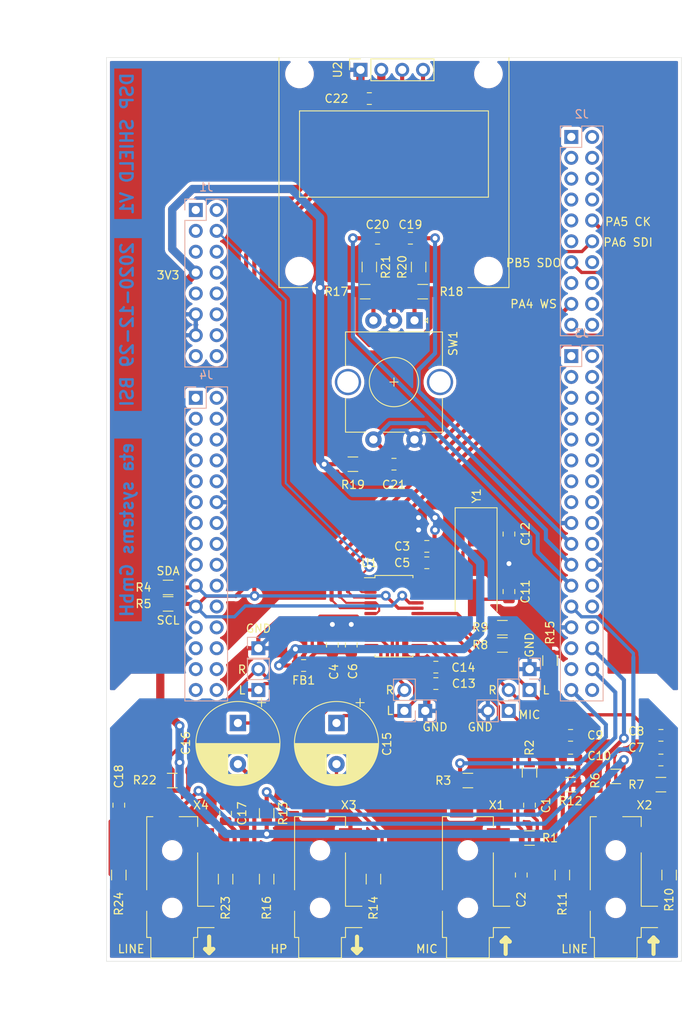
<source format=kicad_pcb>
(kicad_pcb (version 20171130) (host pcbnew "(5.1.6)-1")
  (layers (0 F.Cu signal) (31 B.Cu signal) (34 B.Paste user) (35 F.Paste user) (36 B.SilkS user) (37 F.SilkS user) (38 B.Mask user) (39 F.Mask user) (44 Edge.Cuts user))
  (net 0 "")
  (net 1 "Net-(C1-Pad2)")
  (net 2 "Net-(C1-Pad1)")
  (net 3 GND)
  (net 4 +3V3)
  (net 5 GNDA)
  (net 6 /TLV320_CODEC/3V3A_filt)
  (net 7 "Net-(C7-Pad2)")
  (net 8 AudioIN_Line_L)
  (net 9 AudioIN_Line_R)
  (net 10 "Net-(C10-Pad1)")
  (net 11 /TLV320_CODEC/XTAL_p)
  (net 12 /TLV320_CODEC/XTAL_n)
  (net 13 "Net-(C15-Pad2)")
  (net 14 AudioOut_HP_L)
  (net 15 AudioOut_HP_R)
  (net 16 "Net-(C16-Pad2)")
  (net 17 AudioOut_L)
  (net 18 "Net-(C17-Pad1)")
  (net 19 "Net-(C18-Pad1)")
  (net 20 AudioOut_R)
  (net 21 ENC_CH2)
  (net 22 ENC_CH1)
  (net 23 ENC_BTN)
  (net 24 "Net-(J1-Pad1)")
  (net 25 "Net-(J1-Pad2)")
  (net 26 "Net-(J1-Pad3)")
  (net 27 "Net-(J1-Pad5)")
  (net 28 "Net-(J1-Pad6)")
  (net 29 "Net-(J1-Pad8)")
  (net 30 +5V)
  (net 31 "Net-(J1-Pad10)")
  (net 32 "Net-(J1-Pad12)")
  (net 33 "Net-(J1-Pad14)")
  (net 34 "Net-(J1-Pad15)")
  (net 35 "Net-(J1-Pad16)")
  (net 36 "Net-(J2-Pad1)")
  (net 37 "Net-(J2-Pad2)")
  (net 38 "Net-(J2-Pad3)")
  (net 39 "Net-(J2-Pad4)")
  (net 40 "Net-(J2-Pad5)")
  (net 41 "Net-(J2-Pad6)")
  (net 42 "Net-(J2-Pad7)")
  (net 43 "Net-(J2-Pad8)")
  (net 44 "Net-(J2-Pad9)")
  (net 45 PA5_I2S6_CK)
  (net 46 "Net-(J2-Pad11)")
  (net 47 PA6_I2S6_SDI)
  (net 48 PB5_I2S6_SDO)
  (net 49 "Net-(J2-Pad14)")
  (net 50 "Net-(J2-Pad15)")
  (net 51 "Net-(J2-Pad16)")
  (net 52 PA4_I2S6_WS)
  (net 53 "Net-(J2-Pad18)")
  (net 54 "Net-(J2-Pad19)")
  (net 55 "Net-(J2-Pad20)")
  (net 56 "Net-(J3-Pad1)")
  (net 57 "Net-(J3-Pad2)")
  (net 58 "Net-(J3-Pad3)")
  (net 59 "Net-(J3-Pad4)")
  (net 60 "Net-(J3-Pad5)")
  (net 61 "Net-(J3-Pad6)")
  (net 62 "Net-(J3-Pad7)")
  (net 63 "Net-(J3-Pad8)")
  (net 64 "Net-(J3-Pad9)")
  (net 65 "Net-(J3-Pad10)")
  (net 66 "Net-(J3-Pad11)")
  (net 67 "Net-(J3-Pad12)")
  (net 68 "Net-(J3-Pad13)")
  (net 69 "Net-(J3-Pad14)")
  (net 70 "Net-(J3-Pad15)")
  (net 71 "Net-(J3-Pad16)")
  (net 72 "Net-(J3-Pad18)")
  (net 73 "Net-(J3-Pad20)")
  (net 74 "Net-(J3-Pad24)")
  (net 75 "Net-(J3-Pad26)")
  (net 76 "Net-(J3-Pad28)")
  (net 77 "Net-(J3-Pad29)")
  (net 78 "Net-(J3-Pad31)")
  (net 79 "Net-(J3-Pad34)")
  (net 80 "Net-(J4-Pad1)")
  (net 81 "Net-(J4-Pad2)")
  (net 82 "Net-(J4-Pad3)")
  (net 83 "Net-(J4-Pad4)")
  (net 84 "Net-(J4-Pad5)")
  (net 85 "Net-(J4-Pad6)")
  (net 86 "Net-(J4-Pad7)")
  (net 87 "Net-(J4-Pad8)")
  (net 88 "Net-(J4-Pad9)")
  (net 89 "Net-(J4-Pad10)")
  (net 90 "Net-(J4-Pad11)")
  (net 91 "Net-(J4-Pad13)")
  (net 92 "Net-(J4-Pad14)")
  (net 93 "Net-(J4-Pad15)")
  (net 94 "Net-(J4-Pad16)")
  (net 95 "Net-(J4-Pad17)")
  (net 96 "Net-(J4-Pad18)")
  (net 97 PF0_I2C5_SDA)
  (net 98 "Net-(J4-Pad20)")
  (net 99 PF1_I2C5_SCL)
  (net 100 "Net-(J4-Pad22)")
  (net 101 "Net-(J4-Pad23)")
  (net 102 "Net-(J4-Pad24)")
  (net 103 "Net-(J4-Pad25)")
  (net 104 "Net-(J4-Pad26)")
  (net 105 "Net-(J4-Pad27)")
  (net 106 "Net-(J4-Pad28)")
  (net 107 "Net-(J4-Pad29)")
  (net 108 "Net-(J4-Pad30)")
  (net 109 MicBias)
  (net 110 AudioIn_Mic)
  (net 111 /TLV320_CODEC/I2S_~CS~)
  (net 112 /TLV320_CODEC/TLV32_mode)
  (net 113 "Net-(R10-Pad1)")
  (net 114 "Net-(R17-Pad2)")
  (net 115 "Net-(R18-Pad2)")
  (net 116 "Net-(X1-PadR)")
  (net 117 /TLV320_CODEC/Vmid)
  (net 118 HP_On)
  (net 119 Mic_On)
  (net 120 LIN_On)
  (net 121 LOUT_ON)
  (net 122 PC9_CKIN)
  (net 123 "Net-(R11-Pad1)")
  (module MountingHole:MountingHole_2.7mm (layer F.Cu) (at 124.5 86)
    (fp_text reference REF** hide)
    (fp_text value MountingHole_2.7mm)
    (pad 1 np_thru_hole circle (at 0 0) (size 2.7 2.7) (drill 2.7) (layers *.Cu *.Mask))
  )
  (module MountingHole:MountingHole_2.7mm (layer F.Cu) (at 124.5 62)
    (fp_text reference REF** hide)
    (fp_text value MountingHole_2.7mm)
    (pad 1 np_thru_hole circle (at 0 0) (size 2.7 2.7) (drill 2.7) (layers *.Cu *.Mask))
  )
  (module MountingHole:MountingHole_2.7mm (layer F.Cu) (at 147.5 86)
    (fp_text reference REF** hide)
    (fp_text value MountingHole_2.7mm)
    (pad 1 np_thru_hole circle (at 0 0) (size 2.7 2.7) (drill 2.7) (layers *.Cu *.Mask))
  )
  (module MountingHole:MountingHole_2.7mm (layer F.Cu) (at 147.5 62)
    (fp_text reference REF** hide)
    (fp_text value MountingHole_2.7mm)
    (pad 1 np_thru_hole circle (at 0 0) (size 2.7 2.7) (drill 2.7) (layers *.Cu *.Mask))
  )
  (module Capacitor_THT:CP_Radial_D10.0mm_P5.00mm (layer F.Cu) (at 117 141 270)
    (fp_text reference C16 (at 2.45 6.35 270) (layer F.SilkS))
    (fp_text value 100μF)
    (pad 1 thru_hole rect (at 0 0 270) (size 2 2) (drill 1) (layers *.Cu *.Mask) (net 15 AudioOut_HP_R))
    (pad 2 thru_hole circle (at 5 0 270) (size 2 2) (drill 1) (layers *.Cu *.Mask) (net 16 "Net-(C16-Pad2)"))
  )
  (module Crystal:Crystal_SMD_HC49-SD (layer F.Cu) (at 146 121.5 270)
    (fp_text reference Y1 (at -8.15 -0.05 90) (layer F.SilkS))
    (fp_text value "12.288 MHz")
    (pad 1 smd rect (at -4.25 0 270) (size 4.5 2) (layers F.Cu F.Paste F.Mask) (net 12 /TLV320_CODEC/XTAL_n))
    (pad 2 smd rect (at 4.25 0 270) (size 4.5 2) (layers F.Cu F.Paste F.Mask) (net 11 /TLV320_CODEC/XTAL_p))
  )
  (module Capacitor_SMD:C_0805_2012Metric (layer F.Cu) (at 152.5 151 90)
    (fp_text reference C1 (at 0 2 90) (layer F.SilkS))
    (fp_text value 1μF)
    (pad 2 smd roundrect (at 0.9375 0 90) (size 0.975 1.4) (layers F.Cu F.Paste F.Mask) (net 1 "Net-(C1-Pad2)"))
    (pad 1 smd roundrect (at -0.9375 0 90) (size 0.975 1.4) (layers F.Cu F.Paste F.Mask) (net 2 "Net-(C1-Pad1)"))
  )
  (module Capacitor_SMD:C_0805_2012Metric (layer F.Cu) (at 140 119.5)
    (fp_text reference C3 (at -3 0) (layer F.SilkS))
    (fp_text value 10μF)
    (pad 1 smd roundrect (at -0.9375 0) (size 0.975 1.4) (layers F.Cu F.Paste F.Mask) (net 3 GND))
    (pad 2 smd roundrect (at 0.9375 0) (size 0.975 1.4) (layers F.Cu F.Paste F.Mask) (net 4 +3V3))
  )
  (module Capacitor_SMD:C_0805_2012Metric (layer F.Cu) (at 128.5 131.5 270)
    (fp_text reference C4 (at 3.2625 -0.2 90) (layer F.SilkS))
    (fp_text value 10μF)
    (pad 1 smd roundrect (at -0.9375 0 270) (size 0.975 1.4) (layers F.Cu F.Paste F.Mask) (net 5 GNDA))
    (pad 2 smd roundrect (at 0.9375 0 270) (size 0.975 1.4) (layers F.Cu F.Paste F.Mask) (net 6 /TLV320_CODEC/3V3A_filt))
  )
  (module Capacitor_SMD:C_0805_2012Metric (layer F.Cu) (at 151.5 159.5 90)
    (fp_text reference C2 (at -3 0 90) (layer F.SilkS))
    (fp_text value 47p)
    (pad 1 smd roundrect (at -0.9375 0 90) (size 0.975 1.4) (layers F.Cu F.Paste F.Mask) (net 2 "Net-(C1-Pad1)"))
    (pad 2 smd roundrect (at 0.9375 0 90) (size 0.975 1.4) (layers F.Cu F.Paste F.Mask) (net 5 GNDA))
  )
  (module Capacitor_SMD:C_0805_2012Metric (layer F.Cu) (at 140 121.5)
    (fp_text reference C5 (at -3 0) (layer F.SilkS))
    (fp_text value 100nF)
    (pad 2 smd roundrect (at 0.9375 0) (size 0.975 1.4) (layers F.Cu F.Paste F.Mask) (net 4 +3V3))
    (pad 1 smd roundrect (at -0.9375 0) (size 0.975 1.4) (layers F.Cu F.Paste F.Mask) (net 3 GND))
  )
  (module Capacitor_SMD:C_0805_2012Metric (layer F.Cu) (at 130.8 131.5 270)
    (fp_text reference C6 (at 3.2 -0.2 90) (layer F.SilkS))
    (fp_text value 100nF)
    (pad 2 smd roundrect (at 0.9375 0 270) (size 0.975 1.4) (layers F.Cu F.Paste F.Mask) (net 6 /TLV320_CODEC/3V3A_filt))
    (pad 1 smd roundrect (at -0.9375 0 270) (size 0.975 1.4) (layers F.Cu F.Paste F.Mask) (net 5 GNDA))
  )
  (module Capacitor_SMD:C_0805_2012Metric (layer F.Cu) (at 168.5 145.5)
    (fp_text reference C7 (at -3 -1.5) (layer F.SilkS))
    (fp_text value 47p)
    (pad 1 smd roundrect (at -0.9375 0) (size 0.975 1.4) (layers F.Cu F.Paste F.Mask) (net 5 GNDA))
    (pad 2 smd roundrect (at 0.9375 0) (size 0.975 1.4) (layers F.Cu F.Paste F.Mask) (net 7 "Net-(C7-Pad2)"))
  )
  (module Capacitor_SMD:C_0805_2012Metric (layer F.Cu) (at 168.5 142.5 180)
    (fp_text reference C8 (at 3 0.5) (layer F.SilkS))
    (fp_text value 1μF)
    (pad 2 smd roundrect (at 0.9375 0 180) (size 0.975 1.4) (layers F.Cu F.Paste F.Mask) (net 8 AudioIN_Line_L))
    (pad 1 smd roundrect (at -0.9375 0 180) (size 0.975 1.4) (layers F.Cu F.Paste F.Mask) (net 7 "Net-(C7-Pad2)"))
  )
  (module Capacitor_SMD:C_0805_2012Metric (layer F.Cu) (at 157.5 142.5)
    (fp_text reference C9 (at 3 0) (layer F.SilkS))
    (fp_text value 1μF)
    (pad 2 smd roundrect (at 0.9375 0) (size 0.975 1.4) (layers F.Cu F.Paste F.Mask) (net 9 AudioIN_Line_R))
    (pad 1 smd roundrect (at -0.9375 0) (size 0.975 1.4) (layers F.Cu F.Paste F.Mask) (net 10 "Net-(C10-Pad1)"))
  )
  (module Capacitor_SMD:C_0805_2012Metric (layer F.Cu) (at 157.5 145.5)
    (fp_text reference C10 (at 3.5 -0.5) (layer F.SilkS))
    (fp_text value 47p)
    (pad 2 smd roundrect (at 0.9375 0) (size 0.975 1.4) (layers F.Cu F.Paste F.Mask) (net 5 GNDA))
    (pad 1 smd roundrect (at -0.9375 0) (size 0.975 1.4) (layers F.Cu F.Paste F.Mask) (net 10 "Net-(C10-Pad1)"))
  )
  (module Capacitor_SMD:C_0805_2012Metric (layer F.Cu) (at 150 125 270)
    (fp_text reference C11 (at 0 -2 90) (layer F.SilkS))
    (fp_text value 20pF)
    (pad 1 smd roundrect (at -0.9375 0 270) (size 0.975 1.4) (layers F.Cu F.Paste F.Mask) (net 3 GND))
    (pad 2 smd roundrect (at 0.9375 0 270) (size 0.975 1.4) (layers F.Cu F.Paste F.Mask) (net 11 /TLV320_CODEC/XTAL_p))
  )
  (module Capacitor_SMD:C_0805_2012Metric (layer F.Cu) (at 150 118 90)
    (fp_text reference C12 (at 0 2 90) (layer F.SilkS))
    (fp_text value 20pF)
    (pad 1 smd roundrect (at -0.9375 0 90) (size 0.975 1.4) (layers F.Cu F.Paste F.Mask) (net 3 GND))
    (pad 2 smd roundrect (at 0.9375 0 90) (size 0.975 1.4) (layers F.Cu F.Paste F.Mask) (net 12 /TLV320_CODEC/XTAL_n))
  )
  (module Capacitor_SMD:C_0805_2012Metric (layer F.Cu) (at 141.1 136.2 180)
    (fp_text reference C13 (at -3.4 0) (layer F.SilkS))
    (fp_text value 10μF)
    (pad 1 smd roundrect (at -0.9375 0 180) (size 0.975 1.4) (layers F.Cu F.Paste F.Mask) (net 117 /TLV320_CODEC/Vmid))
    (pad 2 smd roundrect (at 0.9375 0 180) (size 0.975 1.4) (layers F.Cu F.Paste F.Mask) (net 5 GNDA))
  )
  (module Capacitor_SMD:C_0805_2012Metric (layer F.Cu) (at 141.1 134.2 180)
    (fp_text reference C14 (at -3.35 -0.05) (layer F.SilkS))
    (fp_text value 100nF)
    (pad 2 smd roundrect (at 0.9375 0 180) (size 0.975 1.4) (layers F.Cu F.Paste F.Mask) (net 5 GNDA))
    (pad 1 smd roundrect (at -0.9375 0 180) (size 0.975 1.4) (layers F.Cu F.Paste F.Mask) (net 117 /TLV320_CODEC/Vmid))
  )
  (module Capacitor_THT:CP_Radial_D10.0mm_P5.00mm (layer F.Cu) (at 129 141 270)
    (fp_text reference C15 (at 2.55 -6.15 270) (layer F.SilkS))
    (fp_text value 100μF)
    (pad 2 thru_hole circle (at 5 0 270) (size 2 2) (drill 1) (layers *.Cu *.Mask) (net 13 "Net-(C15-Pad2)"))
    (pad 1 thru_hole rect (at 0 0 270) (size 2 2) (drill 1) (layers *.Cu *.Mask) (net 14 AudioOut_HP_L))
  )
  (module Capacitor_SMD:C_0805_2012Metric (layer F.Cu) (at 115.5 152 90)
    (fp_text reference C17 (at 0 2 90) (layer F.SilkS))
    (fp_text value 1μF)
    (pad 2 smd roundrect (at 0.9375 0 90) (size 0.975 1.4) (layers F.Cu F.Paste F.Mask) (net 17 AudioOut_L))
    (pad 1 smd roundrect (at -0.9375 0 90) (size 0.975 1.4) (layers F.Cu F.Paste F.Mask) (net 18 "Net-(C17-Pad1)"))
  )
  (module Capacitor_SMD:C_0805_2012Metric (layer F.Cu) (at 102.5 151 90)
    (fp_text reference C18 (at 3.5 0 90) (layer F.SilkS))
    (fp_text value 1μF)
    (pad 1 smd roundrect (at -0.9375 0 90) (size 0.975 1.4) (layers F.Cu F.Paste F.Mask) (net 19 "Net-(C18-Pad1)"))
    (pad 2 smd roundrect (at 0.9375 0 90) (size 0.975 1.4) (layers F.Cu F.Paste F.Mask) (net 20 AudioOut_R))
  )
  (module Capacitor_SMD:C_0805_2012Metric (layer F.Cu) (at 138 82)
    (fp_text reference C19 (at 0 -1.65) (layer F.SilkS))
    (fp_text value 10nF)
    (pad 2 smd roundrect (at 0.9375 0) (size 0.975 1.4) (layers F.Cu F.Paste F.Mask) (net 21 ENC_CH2))
    (pad 1 smd roundrect (at -0.9375 0) (size 0.975 1.4) (layers F.Cu F.Paste F.Mask) (net 3 GND))
  )
  (module Capacitor_SMD:C_0805_2012Metric (layer F.Cu) (at 134 82)
    (fp_text reference C20 (at 0 -1.65) (layer F.SilkS))
    (fp_text value 10nF)
    (pad 1 smd roundrect (at -0.9375 0) (size 0.975 1.4) (layers F.Cu F.Paste F.Mask) (net 22 ENC_CH1))
    (pad 2 smd roundrect (at 0.9375 0) (size 0.975 1.4) (layers F.Cu F.Paste F.Mask) (net 3 GND))
  )
  (module Capacitor_SMD:C_0805_2012Metric (layer F.Cu) (at 136 109.5)
    (fp_text reference C21 (at 0 2.5) (layer F.SilkS))
    (fp_text value 10nF)
    (pad 1 smd roundrect (at -0.9375 0) (size 0.975 1.4) (layers F.Cu F.Paste F.Mask) (net 23 ENC_BTN))
    (pad 2 smd roundrect (at 0.9375 0) (size 0.975 1.4) (layers F.Cu F.Paste F.Mask) (net 3 GND))
  )
  (module Capacitor_SMD:C_0805_2012Metric (layer F.Cu) (at 133 65)
    (fp_text reference C22 (at -4 0) (layer F.SilkS))
    (fp_text value 1μF)
    (pad 2 smd roundrect (at 0.9375 0) (size 0.975 1.4) (layers F.Cu F.Paste F.Mask) (net 4 +3V3))
    (pad 1 smd roundrect (at -0.9375 0) (size 0.975 1.4) (layers F.Cu F.Paste F.Mask) (net 3 GND))
  )
  (module Resistor_SMD:R_0805_2012Metric (layer F.Cu) (at 125 134 180)
    (fp_text reference FB1 (at 0 -1.8) (layer F.SilkS))
    (fp_text value FBead)
    (pad 1 smd roundrect (at -0.9375 0 180) (size 0.975 1.4) (layers F.Cu F.Paste F.Mask) (net 6 /TLV320_CODEC/3V3A_filt))
    (pad 2 smd roundrect (at 0.9375 0 180) (size 0.975 1.4) (layers F.Cu F.Paste F.Mask) (net 4 +3V3))
  )
  (module Connector_PinSocket_2.54mm:PinSocket_2x08_P2.54mm_Vertical (layer B.Cu) (at 111.87 78.56 180)
    (fp_text reference J1 (at -1.27 2.77) (layer B.SilkS) (effects (justify mirror)))
    (fp_text value CN8)
    (pad 1 thru_hole rect (at 0 0 180) (size 1.7 1.7) (drill 1) (layers *.Cu *.Mask) (net 24 "Net-(J1-Pad1)"))
    (pad 2 thru_hole oval (at -2.54 0 180) (size 1.7 1.7) (drill 1) (layers *.Cu *.Mask) (net 25 "Net-(J1-Pad2)"))
    (pad 3 thru_hole oval (at 0 -2.54 180) (size 1.7 1.7) (drill 1) (layers *.Cu *.Mask) (net 26 "Net-(J1-Pad3)"))
    (pad 4 thru_hole oval (at -2.54 -2.54 180) (size 1.7 1.7) (drill 1) (layers *.Cu *.Mask) (net 122 PC9_CKIN))
    (pad 5 thru_hole oval (at 0 -5.08 180) (size 1.7 1.7) (drill 1) (layers *.Cu *.Mask) (net 27 "Net-(J1-Pad5)"))
    (pad 6 thru_hole oval (at -2.54 -5.08 180) (size 1.7 1.7) (drill 1) (layers *.Cu *.Mask) (net 28 "Net-(J1-Pad6)"))
    (pad 7 thru_hole oval (at 0 -7.62 180) (size 1.7 1.7) (drill 1) (layers *.Cu *.Mask) (net 4 +3V3))
    (pad 8 thru_hole oval (at -2.54 -7.62 180) (size 1.7 1.7) (drill 1) (layers *.Cu *.Mask) (net 29 "Net-(J1-Pad8)"))
    (pad 9 thru_hole oval (at 0 -10.16 180) (size 1.7 1.7) (drill 1) (layers *.Cu *.Mask) (net 30 +5V))
    (pad 10 thru_hole oval (at -2.54 -10.16 180) (size 1.7 1.7) (drill 1) (layers *.Cu *.Mask) (net 31 "Net-(J1-Pad10)"))
    (pad 11 thru_hole oval (at 0 -12.7 180) (size 1.7 1.7) (drill 1) (layers *.Cu *.Mask) (net 3 GND))
    (pad 12 thru_hole oval (at -2.54 -12.7 180) (size 1.7 1.7) (drill 1) (layers *.Cu *.Mask) (net 32 "Net-(J1-Pad12)"))
    (pad 13 thru_hole oval (at 0 -15.24 180) (size 1.7 1.7) (drill 1) (layers *.Cu *.Mask) (net 3 GND))
    (pad 14 thru_hole oval (at -2.54 -15.24 180) (size 1.7 1.7) (drill 1) (layers *.Cu *.Mask) (net 33 "Net-(J1-Pad14)"))
    (pad 15 thru_hole oval (at 0 -17.78 180) (size 1.7 1.7) (drill 1) (layers *.Cu *.Mask) (net 34 "Net-(J1-Pad15)"))
    (pad 16 thru_hole oval (at -2.54 -17.78 180) (size 1.7 1.7) (drill 1) (layers *.Cu *.Mask) (net 35 "Net-(J1-Pad16)"))
  )
  (module Connector_PinSocket_2.54mm:PinSocket_2x10_P2.54mm_Vertical (layer B.Cu) (at 157.59 69.67 180)
    (fp_text reference J2 (at -1.27 2.77) (layer B.SilkS) (effects (justify mirror)))
    (fp_text value CN7)
    (pad 1 thru_hole rect (at 0 0 180) (size 1.7 1.7) (drill 1) (layers *.Cu *.Mask) (net 36 "Net-(J2-Pad1)"))
    (pad 2 thru_hole oval (at -2.54 0 180) (size 1.7 1.7) (drill 1) (layers *.Cu *.Mask) (net 37 "Net-(J2-Pad2)"))
    (pad 3 thru_hole oval (at 0 -2.54 180) (size 1.7 1.7) (drill 1) (layers *.Cu *.Mask) (net 38 "Net-(J2-Pad3)"))
    (pad 4 thru_hole oval (at -2.54 -2.54 180) (size 1.7 1.7) (drill 1) (layers *.Cu *.Mask) (net 39 "Net-(J2-Pad4)"))
    (pad 5 thru_hole oval (at 0 -5.08 180) (size 1.7 1.7) (drill 1) (layers *.Cu *.Mask) (net 40 "Net-(J2-Pad5)"))
    (pad 6 thru_hole oval (at -2.54 -5.08 180) (size 1.7 1.7) (drill 1) (layers *.Cu *.Mask) (net 41 "Net-(J2-Pad6)"))
    (pad 7 thru_hole oval (at 0 -7.62 180) (size 1.7 1.7) (drill 1) (layers *.Cu *.Mask) (net 42 "Net-(J2-Pad7)"))
    (pad 8 thru_hole oval (at -2.54 -7.62 180) (size 1.7 1.7) (drill 1) (layers *.Cu *.Mask) (net 43 "Net-(J2-Pad8)"))
    (pad 9 thru_hole oval (at 0 -10.16 180) (size 1.7 1.7) (drill 1) (layers *.Cu *.Mask) (net 44 "Net-(J2-Pad9)"))
    (pad 10 thru_hole oval (at -2.54 -10.16 180) (size 1.7 1.7) (drill 1) (layers *.Cu *.Mask) (net 45 PA5_I2S6_CK))
    (pad 11 thru_hole oval (at 0 -12.7 180) (size 1.7 1.7) (drill 1) (layers *.Cu *.Mask) (net 46 "Net-(J2-Pad11)"))
    (pad 12 thru_hole oval (at -2.54 -12.7 180) (size 1.7 1.7) (drill 1) (layers *.Cu *.Mask) (net 47 PA6_I2S6_SDI))
    (pad 13 thru_hole oval (at 0 -15.24 180) (size 1.7 1.7) (drill 1) (layers *.Cu *.Mask) (net 48 PB5_I2S6_SDO))
    (pad 14 thru_hole oval (at -2.54 -15.24 180) (size 1.7 1.7) (drill 1) (layers *.Cu *.Mask) (net 49 "Net-(J2-Pad14)"))
    (pad 15 thru_hole oval (at 0 -17.78 180) (size 1.7 1.7) (drill 1) (layers *.Cu *.Mask) (net 50 "Net-(J2-Pad15)"))
    (pad 16 thru_hole oval (at -2.54 -17.78 180) (size 1.7 1.7) (drill 1) (layers *.Cu *.Mask) (net 51 "Net-(J2-Pad16)"))
    (pad 17 thru_hole oval (at 0 -20.32 180) (size 1.7 1.7) (drill 1) (layers *.Cu *.Mask) (net 52 PA4_I2S6_WS))
    (pad 18 thru_hole oval (at -2.54 -20.32 180) (size 1.7 1.7) (drill 1) (layers *.Cu *.Mask) (net 53 "Net-(J2-Pad18)"))
    (pad 19 thru_hole oval (at 0 -22.86 180) (size 1.7 1.7) (drill 1) (layers *.Cu *.Mask) (net 54 "Net-(J2-Pad19)"))
    (pad 20 thru_hole oval (at -2.54 -22.86 180) (size 1.7 1.7) (drill 1) (layers *.Cu *.Mask) (net 55 "Net-(J2-Pad20)"))
  )
  (module Connector_PinSocket_2.54mm:PinSocket_2x17_P2.54mm_Vertical (layer B.Cu) (at 157.59 96.34 180)
    (fp_text reference J3 (at -1.27 2.77) (layer B.SilkS) (effects (justify mirror)))
    (fp_text value CN10)
    (pad 1 thru_hole rect (at 0 0 180) (size 1.7 1.7) (drill 1) (layers *.Cu *.Mask) (net 56 "Net-(J3-Pad1)"))
    (pad 2 thru_hole oval (at -2.54 0 180) (size 1.7 1.7) (drill 1) (layers *.Cu *.Mask) (net 57 "Net-(J3-Pad2)"))
    (pad 3 thru_hole oval (at 0 -2.54 180) (size 1.7 1.7) (drill 1) (layers *.Cu *.Mask) (net 58 "Net-(J3-Pad3)"))
    (pad 4 thru_hole oval (at -2.54 -2.54 180) (size 1.7 1.7) (drill 1) (layers *.Cu *.Mask) (net 59 "Net-(J3-Pad4)"))
    (pad 5 thru_hole oval (at 0 -5.08 180) (size 1.7 1.7) (drill 1) (layers *.Cu *.Mask) (net 60 "Net-(J3-Pad5)"))
    (pad 6 thru_hole oval (at -2.54 -5.08 180) (size 1.7 1.7) (drill 1) (layers *.Cu *.Mask) (net 61 "Net-(J3-Pad6)"))
    (pad 7 thru_hole oval (at 0 -7.62 180) (size 1.7 1.7) (drill 1) (layers *.Cu *.Mask) (net 62 "Net-(J3-Pad7)"))
    (pad 8 thru_hole oval (at -2.54 -7.62 180) (size 1.7 1.7) (drill 1) (layers *.Cu *.Mask) (net 63 "Net-(J3-Pad8)"))
    (pad 9 thru_hole oval (at 0 -10.16 180) (size 1.7 1.7) (drill 1) (layers *.Cu *.Mask) (net 64 "Net-(J3-Pad9)"))
    (pad 10 thru_hole oval (at -2.54 -10.16 180) (size 1.7 1.7) (drill 1) (layers *.Cu *.Mask) (net 65 "Net-(J3-Pad10)"))
    (pad 11 thru_hole oval (at 0 -12.7 180) (size 1.7 1.7) (drill 1) (layers *.Cu *.Mask) (net 66 "Net-(J3-Pad11)"))
    (pad 12 thru_hole oval (at -2.54 -12.7 180) (size 1.7 1.7) (drill 1) (layers *.Cu *.Mask) (net 67 "Net-(J3-Pad12)"))
    (pad 13 thru_hole oval (at 0 -15.24 180) (size 1.7 1.7) (drill 1) (layers *.Cu *.Mask) (net 68 "Net-(J3-Pad13)"))
    (pad 14 thru_hole oval (at -2.54 -15.24 180) (size 1.7 1.7) (drill 1) (layers *.Cu *.Mask) (net 69 "Net-(J3-Pad14)"))
    (pad 15 thru_hole oval (at 0 -17.78 180) (size 1.7 1.7) (drill 1) (layers *.Cu *.Mask) (net 70 "Net-(J3-Pad15)"))
    (pad 16 thru_hole oval (at -2.54 -17.78 180) (size 1.7 1.7) (drill 1) (layers *.Cu *.Mask) (net 71 "Net-(J3-Pad16)"))
    (pad 17 thru_hole oval (at 0 -20.32 180) (size 1.7 1.7) (drill 1) (layers *.Cu *.Mask) (net 3 GND))
    (pad 18 thru_hole oval (at -2.54 -20.32 180) (size 1.7 1.7) (drill 1) (layers *.Cu *.Mask) (net 72 "Net-(J3-Pad18)"))
    (pad 19 thru_hole oval (at 0 -22.86 180) (size 1.7 1.7) (drill 1) (layers *.Cu *.Mask) (net 21 ENC_CH2))
    (pad 20 thru_hole oval (at -2.54 -22.86 180) (size 1.7 1.7) (drill 1) (layers *.Cu *.Mask) (net 73 "Net-(J3-Pad20)"))
    (pad 21 thru_hole oval (at 0 -25.4 180) (size 1.7 1.7) (drill 1) (layers *.Cu *.Mask) (net 22 ENC_CH1))
    (pad 22 thru_hole oval (at -2.54 -25.4 180) (size 1.7 1.7) (drill 1) (layers *.Cu *.Mask) (net 3 GND))
    (pad 23 thru_hole oval (at 0 -27.94 180) (size 1.7 1.7) (drill 1) (layers *.Cu *.Mask) (net 23 ENC_BTN))
    (pad 24 thru_hole oval (at -2.54 -27.94 180) (size 1.7 1.7) (drill 1) (layers *.Cu *.Mask) (net 74 "Net-(J3-Pad24)"))
    (pad 25 thru_hole oval (at 0 -30.48 180) (size 1.7 1.7) (drill 1) (layers *.Cu *.Mask) (net 121 LOUT_ON))
    (pad 26 thru_hole oval (at -2.54 -30.48 180) (size 1.7 1.7) (drill 1) (layers *.Cu *.Mask) (net 75 "Net-(J3-Pad26)"))
    (pad 27 thru_hole oval (at 0 -33.02 180) (size 1.7 1.7) (drill 1) (layers *.Cu *.Mask) (net 3 GND))
    (pad 28 thru_hole oval (at -2.54 -33.02 180) (size 1.7 1.7) (drill 1) (layers *.Cu *.Mask) (net 76 "Net-(J3-Pad28)"))
    (pad 29 thru_hole oval (at 0 -35.56 180) (size 1.7 1.7) (drill 1) (layers *.Cu *.Mask) (net 77 "Net-(J3-Pad29)"))
    (pad 30 thru_hole oval (at -2.54 -35.56 180) (size 1.7 1.7) (drill 1) (layers *.Cu *.Mask) (net 120 LIN_On))
    (pad 31 thru_hole oval (at 0 -38.1 180) (size 1.7 1.7) (drill 1) (layers *.Cu *.Mask) (net 78 "Net-(J3-Pad31)"))
    (pad 32 thru_hole oval (at -2.54 -38.1 180) (size 1.7 1.7) (drill 1) (layers *.Cu *.Mask) (net 118 HP_On))
    (pad 33 thru_hole oval (at 0 -40.64 180) (size 1.7 1.7) (drill 1) (layers *.Cu *.Mask) (net 119 Mic_On))
    (pad 34 thru_hole oval (at -2.54 -40.64 180) (size 1.7 1.7) (drill 1) (layers *.Cu *.Mask) (net 79 "Net-(J3-Pad34)"))
  )
  (module Connector_PinSocket_2.54mm:PinSocket_2x15_P2.54mm_Vertical (layer B.Cu) (at 111.87 101.42 180)
    (fp_text reference J4 (at -1.27 2.77) (layer B.SilkS) (effects (justify mirror)))
    (fp_text value CN9)
    (pad 1 thru_hole rect (at 0 0 180) (size 1.7 1.7) (drill 1) (layers *.Cu *.Mask) (net 80 "Net-(J4-Pad1)"))
    (pad 2 thru_hole oval (at -2.54 0 180) (size 1.7 1.7) (drill 1) (layers *.Cu *.Mask) (net 81 "Net-(J4-Pad2)"))
    (pad 3 thru_hole oval (at 0 -2.54 180) (size 1.7 1.7) (drill 1) (layers *.Cu *.Mask) (net 82 "Net-(J4-Pad3)"))
    (pad 4 thru_hole oval (at -2.54 -2.54 180) (size 1.7 1.7) (drill 1) (layers *.Cu *.Mask) (net 83 "Net-(J4-Pad4)"))
    (pad 5 thru_hole oval (at 0 -5.08 180) (size 1.7 1.7) (drill 1) (layers *.Cu *.Mask) (net 84 "Net-(J4-Pad5)"))
    (pad 6 thru_hole oval (at -2.54 -5.08 180) (size 1.7 1.7) (drill 1) (layers *.Cu *.Mask) (net 85 "Net-(J4-Pad6)"))
    (pad 7 thru_hole oval (at 0 -7.62 180) (size 1.7 1.7) (drill 1) (layers *.Cu *.Mask) (net 86 "Net-(J4-Pad7)"))
    (pad 8 thru_hole oval (at -2.54 -7.62 180) (size 1.7 1.7) (drill 1) (layers *.Cu *.Mask) (net 87 "Net-(J4-Pad8)"))
    (pad 9 thru_hole oval (at 0 -10.16 180) (size 1.7 1.7) (drill 1) (layers *.Cu *.Mask) (net 88 "Net-(J4-Pad9)"))
    (pad 10 thru_hole oval (at -2.54 -10.16 180) (size 1.7 1.7) (drill 1) (layers *.Cu *.Mask) (net 89 "Net-(J4-Pad10)"))
    (pad 11 thru_hole oval (at 0 -12.7 180) (size 1.7 1.7) (drill 1) (layers *.Cu *.Mask) (net 90 "Net-(J4-Pad11)"))
    (pad 12 thru_hole oval (at -2.54 -12.7 180) (size 1.7 1.7) (drill 1) (layers *.Cu *.Mask) (net 3 GND))
    (pad 13 thru_hole oval (at 0 -15.24 180) (size 1.7 1.7) (drill 1) (layers *.Cu *.Mask) (net 91 "Net-(J4-Pad13)"))
    (pad 14 thru_hole oval (at -2.54 -15.24 180) (size 1.7 1.7) (drill 1) (layers *.Cu *.Mask) (net 92 "Net-(J4-Pad14)"))
    (pad 15 thru_hole oval (at 0 -17.78 180) (size 1.7 1.7) (drill 1) (layers *.Cu *.Mask) (net 93 "Net-(J4-Pad15)"))
    (pad 16 thru_hole oval (at -2.54 -17.78 180) (size 1.7 1.7) (drill 1) (layers *.Cu *.Mask) (net 94 "Net-(J4-Pad16)"))
    (pad 17 thru_hole oval (at 0 -20.32 180) (size 1.7 1.7) (drill 1) (layers *.Cu *.Mask) (net 95 "Net-(J4-Pad17)"))
    (pad 18 thru_hole oval (at -2.54 -20.32 180) (size 1.7 1.7) (drill 1) (layers *.Cu *.Mask) (net 96 "Net-(J4-Pad18)"))
    (pad 19 thru_hole oval (at 0 -22.86 180) (size 1.7 1.7) (drill 1) (layers *.Cu *.Mask) (net 97 PF0_I2C5_SDA))
    (pad 20 thru_hole oval (at -2.54 -22.86 180) (size 1.7 1.7) (drill 1) (layers *.Cu *.Mask) (net 98 "Net-(J4-Pad20)"))
    (pad 21 thru_hole oval (at 0 -25.4 180) (size 1.7 1.7) (drill 1) (layers *.Cu *.Mask) (net 99 PF1_I2C5_SCL))
    (pad 22 thru_hole oval (at -2.54 -25.4 180) (size 1.7 1.7) (drill 1) (layers *.Cu *.Mask) (net 100 "Net-(J4-Pad22)"))
    (pad 23 thru_hole oval (at 0 -27.94 180) (size 1.7 1.7) (drill 1) (layers *.Cu *.Mask) (net 101 "Net-(J4-Pad23)"))
    (pad 24 thru_hole oval (at -2.54 -27.94 180) (size 1.7 1.7) (drill 1) (layers *.Cu *.Mask) (net 102 "Net-(J4-Pad24)"))
    (pad 25 thru_hole oval (at 0 -30.48 180) (size 1.7 1.7) (drill 1) (layers *.Cu *.Mask) (net 103 "Net-(J4-Pad25)"))
    (pad 26 thru_hole oval (at -2.54 -30.48 180) (size 1.7 1.7) (drill 1) (layers *.Cu *.Mask) (net 104 "Net-(J4-Pad26)"))
    (pad 27 thru_hole oval (at 0 -33.02 180) (size 1.7 1.7) (drill 1) (layers *.Cu *.Mask) (net 105 "Net-(J4-Pad27)"))
    (pad 28 thru_hole oval (at -2.54 -33.02 180) (size 1.7 1.7) (drill 1) (layers *.Cu *.Mask) (net 106 "Net-(J4-Pad28)"))
    (pad 29 thru_hole oval (at 0 -35.56 180) (size 1.7 1.7) (drill 1) (layers *.Cu *.Mask) (net 107 "Net-(J4-Pad29)"))
    (pad 30 thru_hole oval (at -2.54 -35.56 180) (size 1.7 1.7) (drill 1) (layers *.Cu *.Mask) (net 108 "Net-(J4-Pad30)"))
  )
  (module Resistors_SMD:R_0805 (layer F.Cu) (at 152.5 155)
    (fp_text reference R1 (at 2.5 0) (layer F.SilkS))
    (fp_text value 2.2k)
    (pad 1 smd rect (at -0.95 0) (size 0.7 1.3) (layers F.Cu F.Paste F.Mask) (net 109 MicBias))
    (pad 2 smd rect (at 0.95 0) (size 0.7 1.3) (layers F.Cu F.Paste F.Mask) (net 2 "Net-(C1-Pad1)"))
  )
  (module Resistors_SMD:R_0805 (layer F.Cu) (at 152.5 147 90)
    (fp_text reference R2 (at 3 0 90) (layer F.SilkS))
    (fp_text value 39k)
    (pad 2 smd rect (at 0.95 0 90) (size 0.7 1.3) (layers F.Cu F.Paste F.Mask) (net 110 AudioIn_Mic))
    (pad 1 smd rect (at -0.95 0 90) (size 0.7 1.3) (layers F.Cu F.Paste F.Mask) (net 1 "Net-(C1-Pad2)"))
  )
  (module Resistors_SMD:R_0805 (layer F.Cu) (at 145 148 180)
    (fp_text reference R3 (at 3 0) (layer F.SilkS))
    (fp_text value 100k)
    (pad 1 smd rect (at -0.95 0 180) (size 0.7 1.3) (layers F.Cu F.Paste F.Mask) (net 5 GNDA))
    (pad 2 smd rect (at 0.95 0 180) (size 0.7 1.3) (layers F.Cu F.Paste F.Mask) (net 119 Mic_On))
  )
  (module Resistors_SMD:R_0805 (layer F.Cu) (at 108.5 124.5)
    (fp_text reference R4 (at -3 0) (layer F.SilkS))
    (fp_text value 10k)
    (pad 1 smd rect (at -0.95 0) (size 0.7 1.3) (layers F.Cu F.Paste F.Mask) (net 4 +3V3))
    (pad 2 smd rect (at 0.95 0) (size 0.7 1.3) (layers F.Cu F.Paste F.Mask) (net 97 PF0_I2C5_SDA))
  )
  (module Resistors_SMD:R_0805 (layer F.Cu) (at 108.5 126.5)
    (fp_text reference R5 (at -3 0) (layer F.SilkS))
    (fp_text value 10k)
    (pad 2 smd rect (at 0.95 0) (size 0.7 1.3) (layers F.Cu F.Paste F.Mask) (net 99 PF1_I2C5_SCL))
    (pad 1 smd rect (at -0.95 0) (size 0.7 1.3) (layers F.Cu F.Paste F.Mask) (net 4 +3V3))
  )
  (module Resistors_SMD:R_0805 (layer F.Cu) (at 168.5 148.5 180)
    (fp_text reference R7 (at 3 0) (layer F.SilkS))
    (fp_text value 4.7k)
    (pad 1 smd rect (at -0.95 0 180) (size 0.7 1.3) (layers F.Cu F.Paste F.Mask) (net 7 "Net-(C7-Pad2)"))
    (pad 2 smd rect (at 0.95 0 180) (size 0.7 1.3) (layers F.Cu F.Paste F.Mask) (net 5 GNDA))
  )
  (module Resistors_SMD:R_0805 (layer F.Cu) (at 149.2 131.5)
    (fp_text reference R8 (at -2.7 0) (layer F.SilkS))
    (fp_text value 10k)
    (pad 1 smd rect (at -0.95 0) (size 0.7 1.3) (layers F.Cu F.Paste F.Mask) (net 111 /TLV320_CODEC/I2S_~CS~))
    (pad 2 smd rect (at 0.95 0) (size 0.7 1.3) (layers F.Cu F.Paste F.Mask) (net 3 GND))
  )
  (module Resistors_SMD:R_0805 (layer F.Cu) (at 149.2 129.4)
    (fp_text reference R9 (at -2.7 -0.05) (layer F.SilkS))
    (fp_text value 10k)
    (pad 2 smd rect (at 0.95 0) (size 0.7 1.3) (layers F.Cu F.Paste F.Mask) (net 3 GND))
    (pad 1 smd rect (at -0.95 0) (size 0.7 1.3) (layers F.Cu F.Paste F.Mask) (net 112 /TLV320_CODEC/TLV32_mode))
  )
  (module Resistors_SMD:R_0805 (layer F.Cu) (at 169.5 159.5 90)
    (fp_text reference R10 (at -3 0 90) (layer F.SilkS))
    (fp_text value 4.7k)
    (pad 2 smd rect (at 0.95 0 90) (size 0.7 1.3) (layers F.Cu F.Paste F.Mask) (net 7 "Net-(C7-Pad2)"))
    (pad 1 smd rect (at -0.95 0 90) (size 0.7 1.3) (layers F.Cu F.Paste F.Mask) (net 113 "Net-(R10-Pad1)"))
  )
  (module Resistors_SMD:R_0805 (layer F.Cu) (at 156.5 159.5 90)
    (fp_text reference R11 (at -3.5 0 90) (layer F.SilkS))
    (fp_text value 4.7k)
    (pad 2 smd rect (at 0.95 0 90) (size 0.7 1.3) (layers F.Cu F.Paste F.Mask) (net 10 "Net-(C10-Pad1)"))
    (pad 1 smd rect (at -0.95 0 90) (size 0.7 1.3) (layers F.Cu F.Paste F.Mask) (net 123 "Net-(R11-Pad1)"))
  )
  (module Resistors_SMD:R_0805 (layer F.Cu) (at 157.5 148.5)
    (fp_text reference R12 (at 0 2) (layer F.SilkS))
    (fp_text value 4.7k)
    (pad 1 smd rect (at -0.95 0) (size 0.7 1.3) (layers F.Cu F.Paste F.Mask) (net 10 "Net-(C10-Pad1)"))
    (pad 2 smd rect (at 0.95 0) (size 0.7 1.3) (layers F.Cu F.Paste F.Mask) (net 5 GNDA))
  )
  (module Resistors_SMD:R_0805 (layer F.Cu) (at 133.5 160 270)
    (fp_text reference R14 (at 3.5 0 90) (layer F.SilkS))
    (fp_text value 100k)
    (pad 2 smd rect (at 0.95 0 270) (size 0.7 1.3) (layers F.Cu F.Paste F.Mask) (net 13 "Net-(C15-Pad2)"))
    (pad 1 smd rect (at -0.95 0 270) (size 0.7 1.3) (layers F.Cu F.Paste F.Mask) (net 5 GNDA))
  )
  (module Resistors_SMD:R_0805 (layer F.Cu) (at 120.5 160 90)
    (fp_text reference R16 (at -3.5 0 90) (layer F.SilkS))
    (fp_text value 100k)
    (pad 1 smd rect (at -0.95 0 90) (size 0.7 1.3) (layers F.Cu F.Paste F.Mask) (net 16 "Net-(C16-Pad2)"))
    (pad 2 smd rect (at 0.95 0 90) (size 0.7 1.3) (layers F.Cu F.Paste F.Mask) (net 5 GNDA))
  )
  (module Resistors_SMD:R_0805 (layer F.Cu) (at 120.5 152 270)
    (fp_text reference R13 (at 0 -2 90) (layer F.SilkS))
    (fp_text value 470k)
    (pad 2 smd rect (at 0.95 0 270) (size 0.7 1.3) (layers F.Cu F.Paste F.Mask) (net 4 +3V3))
    (pad 1 smd rect (at -0.95 0 270) (size 0.7 1.3) (layers F.Cu F.Paste F.Mask) (net 118 HP_On))
  )
  (module Resistors_SMD:R_0805 (layer F.Cu) (at 115.5 160 270)
    (fp_text reference R23 (at 3.5 0 90) (layer F.SilkS))
    (fp_text value 100k)
    (pad 2 smd rect (at 0.95 0 270) (size 0.7 1.3) (layers F.Cu F.Paste F.Mask) (net 18 "Net-(C17-Pad1)"))
    (pad 1 smd rect (at -0.95 0 270) (size 0.7 1.3) (layers F.Cu F.Paste F.Mask) (net 5 GNDA))
  )
  (module Resistors_SMD:R_0805 (layer F.Cu) (at 102.5 159.5 90)
    (fp_text reference R24 (at -3.5 0 90) (layer F.SilkS))
    (fp_text value 100k)
    (pad 1 smd rect (at -0.95 0 90) (size 0.7 1.3) (layers F.Cu F.Paste F.Mask) (net 19 "Net-(C18-Pad1)"))
    (pad 2 smd rect (at 0.95 0 90) (size 0.7 1.3) (layers F.Cu F.Paste F.Mask) (net 5 GNDA))
  )
  (module Resistors_SMD:R_0805 (layer F.Cu) (at 132.5 88.5)
    (fp_text reference R17 (at -3.5 0) (layer F.SilkS))
    (fp_text value 10k)
    (pad 1 smd rect (at -0.95 0) (size 0.7 1.3) (layers F.Cu F.Paste F.Mask) (net 4 +3V3))
    (pad 2 smd rect (at 0.95 0) (size 0.7 1.3) (layers F.Cu F.Paste F.Mask) (net 114 "Net-(R17-Pad2)"))
  )
  (module Resistors_SMD:R_0805 (layer F.Cu) (at 139.5 88.5 180)
    (fp_text reference R18 (at -3.5 0) (layer F.SilkS))
    (fp_text value 10k)
    (pad 2 smd rect (at 0.95 0 180) (size 0.7 1.3) (layers F.Cu F.Paste F.Mask) (net 115 "Net-(R18-Pad2)"))
    (pad 1 smd rect (at -0.95 0 180) (size 0.7 1.3) (layers F.Cu F.Paste F.Mask) (net 4 +3V3))
  )
  (module Resistors_SMD:R_0805 (layer F.Cu) (at 131 109.5)
    (fp_text reference R19 (at 0 2.5) (layer F.SilkS))
    (fp_text value 10k)
    (pad 1 smd rect (at -0.95 0) (size 0.7 1.3) (layers F.Cu F.Paste F.Mask) (net 4 +3V3))
    (pad 2 smd rect (at 0.95 0) (size 0.7 1.3) (layers F.Cu F.Paste F.Mask) (net 23 ENC_BTN))
  )
  (module Resistors_SMD:R_0805 (layer F.Cu) (at 139 85.5 90)
    (fp_text reference R20 (at 0 -2 90) (layer F.SilkS))
    (fp_text value 10k)
    (pad 2 smd rect (at 0.95 0 90) (size 0.7 1.3) (layers F.Cu F.Paste F.Mask) (net 21 ENC_CH2))
    (pad 1 smd rect (at -0.95 0 90) (size 0.7 1.3) (layers F.Cu F.Paste F.Mask) (net 115 "Net-(R18-Pad2)"))
  )
  (module Resistors_SMD:R_0805 (layer F.Cu) (at 133 85.5 90)
    (fp_text reference R21 (at 0 2 90) (layer F.SilkS))
    (fp_text value 10k)
    (pad 2 smd rect (at 0.95 0 90) (size 0.7 1.3) (layers F.Cu F.Paste F.Mask) (net 22 ENC_CH1))
    (pad 1 smd rect (at -0.95 0 90) (size 0.7 1.3) (layers F.Cu F.Paste F.Mask) (net 114 "Net-(R17-Pad2)"))
  )
  (module Rotary_Encoder:RotaryEncoder_Alps_EC11E-Switch_Vertical_H20mm_CircularMountingHoles (layer F.Cu) (at 138.5 92 270)
    (fp_text reference SW1 (at 2.8 -4.7 90) (layer F.SilkS))
    (fp_text value PEC11R-4220F-S0024)
    (pad S1 thru_hole circle (at 14.5 5 270) (size 2 2) (drill 1) (layers *.Cu *.Mask) (net 23 ENC_BTN))
    (pad S2 thru_hole circle (at 14.5 0 270) (size 2 2) (drill 1) (layers *.Cu *.Mask) (net 3 GND))
    (pad MP thru_hole circle (at 7.5 8.1 270) (size 3.2 3.2) (drill 2.6) (layers *.Cu *.Mask))
    (pad MP thru_hole circle (at 7.5 -3.1 270) (size 3.2 3.2) (drill 2.6) (layers *.Cu *.Mask))
    (pad B thru_hole circle (at 0 5 270) (size 2 2) (drill 1) (layers *.Cu *.Mask) (net 114 "Net-(R17-Pad2)"))
    (pad C thru_hole circle (at 0 2.5 270) (size 2 2) (drill 1) (layers *.Cu *.Mask) (net 3 GND))
    (pad A thru_hole rect (at 0 0 270) (size 2 2) (drill 1) (layers *.Cu *.Mask) (net 115 "Net-(R18-Pad2)"))
  )
  (module Package_SO:TSSOP-28_4.4x9.7mm_P0.65mm (layer F.Cu) (at 136 128)
    (fp_text reference U1 (at -3 -6.5) (layer F.SilkS))
    (fp_text value TLV320AIC23BPW)
    (pad 1 smd roundrect (at -2.8625 -4.225) (size 1.475 0.4) (layers F.Cu F.Paste F.Mask) (net 4 +3V3))
    (pad 2 smd roundrect (at -2.8625 -3.575) (size 1.475 0.4) (layers F.Cu F.Paste F.Mask) (net 122 PC9_CKIN))
    (pad 3 smd roundrect (at -2.8625 -2.925) (size 1.475 0.4) (layers F.Cu F.Paste F.Mask) (net 45 PA5_I2S6_CK))
    (pad 4 smd roundrect (at -2.8625 -2.275) (size 1.475 0.4) (layers F.Cu F.Paste F.Mask) (net 48 PB5_I2S6_SDO))
    (pad 5 smd roundrect (at -2.8625 -1.625) (size 1.475 0.4) (layers F.Cu F.Paste F.Mask) (net 52 PA4_I2S6_WS))
    (pad 6 smd roundrect (at -2.8625 -0.975) (size 1.475 0.4) (layers F.Cu F.Paste F.Mask) (net 47 PA6_I2S6_SDI))
    (pad 7 smd roundrect (at -2.8625 -0.325) (size 1.475 0.4) (layers F.Cu F.Paste F.Mask) (net 52 PA4_I2S6_WS))
    (pad 8 smd roundrect (at -2.8625 0.325) (size 1.475 0.4) (layers F.Cu F.Paste F.Mask) (net 6 /TLV320_CODEC/3V3A_filt))
    (pad 9 smd roundrect (at -2.8625 0.975) (size 1.475 0.4) (layers F.Cu F.Paste F.Mask) (net 14 AudioOut_HP_L))
    (pad 10 smd roundrect (at -2.8625 1.625) (size 1.475 0.4) (layers F.Cu F.Paste F.Mask) (net 15 AudioOut_HP_R))
    (pad 11 smd roundrect (at -2.8625 2.275) (size 1.475 0.4) (layers F.Cu F.Paste F.Mask) (net 5 GNDA))
    (pad 12 smd roundrect (at -2.8625 2.925) (size 1.475 0.4) (layers F.Cu F.Paste F.Mask) (net 17 AudioOut_L))
    (pad 13 smd roundrect (at -2.8625 3.575) (size 1.475 0.4) (layers F.Cu F.Paste F.Mask) (net 20 AudioOut_R))
    (pad 14 smd roundrect (at -2.8625 4.225) (size 1.475 0.4) (layers F.Cu F.Paste F.Mask) (net 6 /TLV320_CODEC/3V3A_filt))
    (pad 15 smd roundrect (at 2.8625 4.225) (size 1.475 0.4) (layers F.Cu F.Paste F.Mask) (net 5 GNDA))
    (pad 16 smd roundrect (at 2.8625 3.575) (size 1.475 0.4) (layers F.Cu F.Paste F.Mask) (net 117 /TLV320_CODEC/Vmid))
    (pad 17 smd roundrect (at 2.8625 2.925) (size 1.475 0.4) (layers F.Cu F.Paste F.Mask) (net 109 MicBias))
    (pad 18 smd roundrect (at 2.8625 2.275) (size 1.475 0.4) (layers F.Cu F.Paste F.Mask) (net 110 AudioIn_Mic))
    (pad 19 smd roundrect (at 2.8625 1.625) (size 1.475 0.4) (layers F.Cu F.Paste F.Mask) (net 9 AudioIN_Line_R))
    (pad 20 smd roundrect (at 2.8625 0.975) (size 1.475 0.4) (layers F.Cu F.Paste F.Mask) (net 8 AudioIN_Line_L))
    (pad 21 smd roundrect (at 2.8625 0.325) (size 1.475 0.4) (layers F.Cu F.Paste F.Mask) (net 111 /TLV320_CODEC/I2S_~CS~))
    (pad 22 smd roundrect (at 2.8625 -0.325) (size 1.475 0.4) (layers F.Cu F.Paste F.Mask) (net 112 /TLV320_CODEC/TLV32_mode))
    (pad 23 smd roundrect (at 2.8625 -0.975) (size 1.475 0.4) (layers F.Cu F.Paste F.Mask) (net 97 PF0_I2C5_SDA))
    (pad 24 smd roundrect (at 2.8625 -1.625) (size 1.475 0.4) (layers F.Cu F.Paste F.Mask) (net 99 PF1_I2C5_SCL))
    (pad 25 smd roundrect (at 2.8625 -2.275) (size 1.475 0.4) (layers F.Cu F.Paste F.Mask) (net 11 /TLV320_CODEC/XTAL_p))
    (pad 26 smd roundrect (at 2.8625 -2.925) (size 1.475 0.4) (layers F.Cu F.Paste F.Mask) (net 12 /TLV320_CODEC/XTAL_n))
    (pad 27 smd roundrect (at 2.8625 -3.575) (size 1.475 0.4) (layers F.Cu F.Paste F.Mask) (net 4 +3V3))
    (pad 28 smd roundrect (at 2.8625 -4.225) (size 1.475 0.4) (layers F.Cu F.Paste F.Mask) (net 3 GND))
  )
  (module Resistors_SMD:R_0805 (layer F.Cu) (at 163 147.5)
    (fp_text reference R6 (at -2.5 0.5 90) (layer F.SilkS))
    (fp_text value 470k)
    (pad 1 smd rect (at -0.95 0) (size 0.7 1.3) (layers F.Cu F.Paste F.Mask) (net 120 LIN_On))
    (pad 2 smd rect (at 0.95 0) (size 0.7 1.3) (layers F.Cu F.Paste F.Mask) (net 4 +3V3))
  )
  (module Resistors_SMD:R_0805 (layer F.Cu) (at 109 148)
    (fp_text reference R22 (at -3.35 -0.05) (layer F.SilkS))
    (fp_text value 470k)
    (pad 2 smd rect (at 0.95 0) (size 0.7 1.3) (layers F.Cu F.Paste F.Mask) (net 4 +3V3))
    (pad 1 smd rect (at -0.95 0) (size 0.7 1.3) (layers F.Cu F.Paste F.Mask) (net 121 LOUT_ON))
  )
  (module Connector_Audio:Jack_3.5mm_CUI_SJ-3524-SMT_Horizontal (layer F.Cu) (at 145 161 180)
    (fp_text reference X1 (at -3.5 10) (layer F.SilkS))
    (fp_text value SJ-3524)
    (pad "" np_thru_hole circle (at 0 4.5 180) (size 1.7 1.7) (drill 1.7) (layers *.Cu *.Mask))
    (pad "" np_thru_hole circle (at 0 -2.5 180) (size 1.7 1.7) (drill 1.7) (layers *.Cu *.Mask))
    (pad T smd rect (at -3.7 5.8 180) (size 2.8 2.8) (layers F.Cu F.Paste F.Mask) (net 5 GNDA))
    (pad TN smd rect (at 0.75 9.8 180) (size 2.8 2.6) (layers F.Cu F.Paste F.Mask) (net 119 Mic_On))
    (pad S smd rect (at -3.7 -3.6 180) (size 2.8 2.2) (layers F.Cu F.Paste F.Mask) (net 2 "Net-(C1-Pad1)"))
    (pad R smd rect (at 3.7 -1.6 180) (size 2.8 2.2) (layers F.Cu F.Paste F.Mask) (net 116 "Net-(X1-PadR)"))
  )
  (module Connector_Audio:Jack_3.5mm_CUI_SJ-3524-SMT_Horizontal (layer F.Cu) (at 163 161 180)
    (fp_text reference X2 (at -3.5 10) (layer F.SilkS))
    (fp_text value SJ-3524)
    (pad R smd rect (at 3.7 -1.6 180) (size 2.8 2.2) (layers F.Cu F.Paste F.Mask) (net 123 "Net-(R11-Pad1)"))
    (pad S smd rect (at -3.7 -3.6 180) (size 2.8 2.2) (layers F.Cu F.Paste F.Mask) (net 113 "Net-(R10-Pad1)"))
    (pad TN smd rect (at 0.75 9.8 180) (size 2.8 2.6) (layers F.Cu F.Paste F.Mask) (net 120 LIN_On))
    (pad T smd rect (at -3.7 5.8 180) (size 2.8 2.8) (layers F.Cu F.Paste F.Mask) (net 5 GNDA))
    (pad "" np_thru_hole circle (at 0 -2.5 180) (size 1.7 1.7) (drill 1.7) (layers *.Cu *.Mask))
    (pad "" np_thru_hole circle (at 0 4.5 180) (size 1.7 1.7) (drill 1.7) (layers *.Cu *.Mask))
  )
  (module Connector_Audio:Jack_3.5mm_CUI_SJ-3524-SMT_Horizontal (layer F.Cu) (at 109 161 180)
    (fp_text reference X4 (at -3.5 10) (layer F.SilkS))
    (fp_text value SJ-3524)
    (pad R smd rect (at 3.7 -1.6 180) (size 2.8 2.2) (layers F.Cu F.Paste F.Mask) (net 19 "Net-(C18-Pad1)"))
    (pad S smd rect (at -3.7 -3.6 180) (size 2.8 2.2) (layers F.Cu F.Paste F.Mask) (net 18 "Net-(C17-Pad1)"))
    (pad TN smd rect (at 0.75 9.8 180) (size 2.8 2.6) (layers F.Cu F.Paste F.Mask) (net 121 LOUT_ON))
    (pad T smd rect (at -3.7 5.8 180) (size 2.8 2.8) (layers F.Cu F.Paste F.Mask) (net 5 GNDA))
    (pad "" np_thru_hole circle (at 0 -2.5 180) (size 1.7 1.7) (drill 1.7) (layers *.Cu *.Mask))
    (pad "" np_thru_hole circle (at 0 4.5 180) (size 1.7 1.7) (drill 1.7) (layers *.Cu *.Mask))
  )
  (module Connector_Audio:Jack_3.5mm_CUI_SJ-3524-SMT_Horizontal (layer F.Cu) (at 127 161 180)
    (fp_text reference X3 (at -3.5 10) (layer F.SilkS))
    (fp_text value SJ-3524)
    (pad "" np_thru_hole circle (at 0 4.5 180) (size 1.7 1.7) (drill 1.7) (layers *.Cu *.Mask))
    (pad "" np_thru_hole circle (at 0 -2.5 180) (size 1.7 1.7) (drill 1.7) (layers *.Cu *.Mask))
    (pad T smd rect (at -3.7 5.8 180) (size 2.8 2.8) (layers F.Cu F.Paste F.Mask) (net 5 GNDA))
    (pad TN smd rect (at 0.75 9.8 180) (size 2.8 2.6) (layers F.Cu F.Paste F.Mask) (net 118 HP_On))
    (pad S smd rect (at -3.7 -3.6 180) (size 2.8 2.2) (layers F.Cu F.Paste F.Mask) (net 13 "Net-(C15-Pad2)"))
    (pad R smd rect (at 3.7 -1.6 180) (size 2.8 2.2) (layers F.Cu F.Paste F.Mask) (net 16 "Net-(C16-Pad2)"))
  )
  (module Connector_PinSocket_2.54mm:PinSocket_1x02_P2.54mm_Vertical (layer B.Cu) (at 149.97 139.52 90)
    (fp_text reference J5 hide)
    (fp_text value Ext_01x02)
    (pad 2 thru_hole oval (at 0 -2.54 90) (size 1.7 1.7) (drill 1) (layers *.Cu *.Mask) (net 5 GNDA))
    (pad 1 thru_hole rect (at 0 0 90) (size 1.7 1.7) (drill 1) (layers *.Cu *.Mask) (net 110 AudioIn_Mic))
  )
  (module Connector_PinSocket_2.54mm:PinSocket_1x02_P2.54mm_Vertical (layer B.Cu) (at 152.51 136.98 90)
    (fp_text reference J6 hide)
    (fp_text value Ext_01x02)
    (pad 2 thru_hole oval (at 0 -2.54 90) (size 1.7 1.7) (drill 1) (layers *.Cu *.Mask) (net 9 AudioIN_Line_R))
    (pad 1 thru_hole rect (at 0 0 90) (size 1.7 1.7) (drill 1) (layers *.Cu *.Mask) (net 8 AudioIN_Line_L))
  )
  (module Connector_PinSocket_2.54mm:PinSocket_1x01_P2.54mm_Vertical (layer B.Cu) (at 152.51 134.44 90)
    (fp_text reference J7 hide)
    (fp_text value Conn_01x01)
    (pad 1 thru_hole rect (at 0 0 90) (size 1.7 1.7) (drill 1) (layers *.Cu *.Mask) (net 5 GNDA))
  )
  (module Connector_PinSocket_2.54mm:PinSocket_1x02_P2.54mm_Vertical (layer B.Cu) (at 137.27 139.52)
    (fp_text reference J8 hide)
    (fp_text value Ext_01x02)
    (pad 1 thru_hole rect (at 0 0) (size 1.7 1.7) (drill 1) (layers *.Cu *.Mask) (net 14 AudioOut_HP_L))
    (pad 2 thru_hole oval (at 0 -2.54) (size 1.7 1.7) (drill 1) (layers *.Cu *.Mask) (net 15 AudioOut_HP_R))
  )
  (module Connector_PinSocket_2.54mm:PinSocket_1x01_P2.54mm_Vertical (layer B.Cu) (at 139.81 139.52)
    (fp_text reference J9 hide)
    (fp_text value Conn_01x01)
    (pad 1 thru_hole rect (at 0 0) (size 1.7 1.7) (drill 1) (layers *.Cu *.Mask) (net 5 GNDA))
  )
  (module Connector_PinSocket_2.54mm:PinSocket_1x02_P2.54mm_Vertical (layer B.Cu) (at 119.49 136.98)
    (fp_text reference J10 hide)
    (fp_text value Ext_01x02)
    (pad 1 thru_hole rect (at 0 0) (size 1.7 1.7) (drill 1) (layers *.Cu *.Mask) (net 17 AudioOut_L))
    (pad 2 thru_hole oval (at 0 -2.54) (size 1.7 1.7) (drill 1) (layers *.Cu *.Mask) (net 20 AudioOut_R))
  )
  (module Connector_PinSocket_2.54mm:PinSocket_1x01_P2.54mm_Vertical (layer B.Cu) (at 119.49 131.9 180)
    (fp_text reference J11 hide)
    (fp_text value Conn_01x01)
    (pad 1 thru_hole rect (at 0 0 180) (size 1.7 1.7) (drill 1) (layers *.Cu *.Mask) (net 5 GNDA))
  )
  (module Connector_PinSocket_2.54mm:PinSocket_1x04_P2.54mm_Vertical (layer F.Cu) (at 131.92 61.5 90)
    (fp_text reference U2 (at 0 -2.77 90) (layer F.SilkS))
    (fp_text value OLED_SSD1306_128x64)
    (pad 1 thru_hole rect (at 0 0 90) (size 1.7 1.7) (drill 1) (layers *.Cu *.Mask) (net 3 GND))
    (pad 2 thru_hole oval (at 0 2.54 90) (size 1.7 1.7) (drill 1) (layers *.Cu *.Mask) (net 4 +3V3))
    (pad 3 thru_hole oval (at 0 5.08 90) (size 1.7 1.7) (drill 1) (layers *.Cu *.Mask) (net 99 PF1_I2C5_SCL))
    (pad 4 thru_hole oval (at 0 7.62 90) (size 1.7 1.7) (drill 1) (layers *.Cu *.Mask) (net 97 PF0_I2C5_SDA))
  )
  (module Resistors_SMD:R_0805 (layer F.Cu) (at 155 133.4 270)
    (fp_text reference R15 (at -3.4 0 90) (layer F.SilkS))
    (fp_text value 0R)
    (pad 2 smd rect (at 0.95 0 270) (size 0.7 1.3) (layers F.Cu F.Paste F.Mask) (net 5 GNDA))
    (pad 1 smd rect (at -0.95 0 270) (size 0.7 1.3) (layers F.Cu F.Paste F.Mask) (net 3 GND))
  )
  (gr_text "eta systems GmbH" (at 103.5 117.5 90) (layer B.Cu) (effects (font (size 1.5 1.5) (thickness 0.3)) (justify mirror)))
  (gr_text "2020-12-29 BSI" (at 103.5 92.5 90) (layer B.Cu) (effects (font (size 1.5 1.5) (thickness 0.3)) (justify mirror)))
  (gr_text "DSP SHIELD V1" (at 103.5 70.5 90) (layer B.Cu) (effects (font (size 1.5 1.5) (thickness 0.3)) (justify mirror)))
  (gr_text "PA4 WS" (at 153 90) (layer F.SilkS) (effects (font (size 1 1))))
  (gr_text "PB5 SDO" (at 153 85) (layer F.SilkS) (effects (font (size 1 1))))
  (gr_text "PA6 SDI" (at 164.5 82.5) (layer F.SilkS) (effects (font (size 1 1))))
  (gr_text "PA5 CK" (at 164.5 80) (layer F.SilkS) (effects (font (size 1 1))))
  (gr_text SCL (at 108.5 128.5) (layer F.SilkS) (effects (font (size 1 1))))
  (gr_text SDA (at 108.5 122.5) (layer F.SilkS) (effects (font (size 1 1))))
  (gr_text 3V3 (at 108.5 86.5) (layer F.SilkS) (effects (font (size 1 1))))
  (gr_text GND (at 119.5 129.5) (layer F.SilkS) (effects (font (size 1 1))))
  (gr_text L (at 117.5 137) (layer F.SilkS) (effects (font (size 1 1))))
  (gr_text R (at 117.5 134.5) (layer F.SilkS) (effects (font (size 1 1))))
  (gr_text R (at 135.5 137) (layer F.SilkS) (effects (font (size 1 1))))
  (gr_text L (at 135.5 139.5) (layer F.SilkS) (effects (font (size 1 1))))
  (gr_text GND (at 141 141.5) (layer F.SilkS) (effects (font (size 1 1))))
  (gr_text GND (at 152.5 131.5 90) (layer F.SilkS) (effects (font (size 1 1))))
  (gr_text GND (at 146.5 141.5) (layer F.SilkS) (effects (font (size 1 1))))
  (gr_text R (at 148 137) (layer F.SilkS) (effects (font (size 1 1))))
  (gr_text MIC (at 152.5 140) (layer F.SilkS) (effects (font (size 1 1))))
  (gr_text L (at 154.5 137) (layer F.SilkS) (effects (font (size 1 1))))
  (gr_line (start 124.5 77) (end 124.5 66.5) (layer F.SilkS) (width 0.12))
  (gr_line (start 147.5 77) (end 124.5 77) (layer F.SilkS) (width 0.12))
  (gr_line (start 147.5 66.5) (end 147.5 77) (layer F.SilkS) (width 0.12))
  (gr_line (start 124.5 66.5) (end 147.5 66.5) (layer F.SilkS) (width 0.12))
  (gr_line (start 122 88) (end 125.5 88) (layer F.SilkS) (width 0.12))
  (gr_line (start 150 88) (end 145 88) (layer F.SilkS) (width 0.12))
  (gr_line (start 150 60) (end 150 88) (layer F.SilkS) (width 0.12))
  (gr_line (start 122 60) (end 122 88) (layer F.SilkS) (width 0.12))
  (gr_line (start 167.1 167.6) (end 168.1 167.6) (layer F.SilkS) (width 0.5))
  (gr_line (start 167.1 167.6) (end 167.6 167.1) (layer F.SilkS) (width 0.5))
  (gr_line (start 167.6 169.1) (end 167.6 167.1) (layer F.SilkS) (width 0.5))
  (gr_line (start 167.6 167.1) (end 168.1 167.6) (layer F.SilkS) (width 0.5))
  (gr_line (start 149.1 167.6) (end 150.1 167.6) (layer F.SilkS) (width 0.5))
  (gr_line (start 149.6 167.1) (end 150.1 167.6) (layer F.SilkS) (width 0.5))
  (gr_line (start 149.1 167.6) (end 149.6 167.1) (layer F.SilkS) (width 0.5))
  (gr_line (start 149.6 169.1) (end 149.6 167.1) (layer F.SilkS) (width 0.5))
  (gr_line (start 132 168.5) (end 131.5 169) (layer F.SilkS) (width 0.5))
  (gr_line (start 132 168.5) (end 131 168.5) (layer F.SilkS) (width 0.5))
  (gr_line (start 131.5 167) (end 131.5 169) (layer F.SilkS) (width 0.5))
  (gr_line (start 131.5 169) (end 131 168.5) (layer F.SilkS) (width 0.5))
  (gr_line (start 114 168.5) (end 113 168.5) (layer F.SilkS) (width 0.5))
  (gr_line (start 114 168.5) (end 113.5 169) (layer F.SilkS) (width 0.5))
  (gr_line (start 113.5 169) (end 113 168.5) (layer F.SilkS) (width 0.5))
  (gr_line (start 113.5 167) (end 113.5 169) (layer F.SilkS) (width 0.5))
  (gr_text LINE (at 158 168.5) (layer F.SilkS) (effects (font (size 1 1))))
  (gr_text MIC (at 140 168.5) (layer F.SilkS) (effects (font (size 1 1))))
  (gr_text HP (at 122 168.5) (layer F.SilkS) (effects (font (size 1 1))))
  (gr_text LINE (at 104 168.5) (layer F.SilkS) (effects (font (size 1 1))))
  (gr_line (start 171 60) (end 171 170) (layer Edge.Cuts) (width 0.05))
  (gr_line (start 101 60) (end 171 60) (layer Edge.Cuts) (width 0.05))
  (gr_line (start 101 170) (end 101 60) (layer Edge.Cuts) (width 0.05))
  (gr_line (start 171 170) (end 101 170) (layer Edge.Cuts) (width 0.05))
  (segment (start 152.5 150.0625) (end 152.5 147.95) (width 0.4) (layer F.Cu) (net 1))
  (segment (start 149.45 164.6) (end 151.55 162.5) (width 0.5) (layer F.Cu) (net 2))
  (segment (start 148.7 164.6) (end 149.45 164.6) (width 0.5) (layer F.Cu) (net 2))
  (segment (start 151.55 160.4875) (end 151.5 160.4375) (width 0.5) (layer F.Cu) (net 2))
  (segment (start 151.55 162.5) (end 151.55 160.4875) (width 0.5) (layer F.Cu) (net 2))
  (segment (start 153.45 158.4875) (end 153.45 155) (width 0.4) (layer F.Cu) (net 2))
  (segment (start 151.5 160.4375) (end 153.45 158.4875) (width 0.4) (layer F.Cu) (net 2))
  (segment (start 153.45 152.8875) (end 152.5 151.9375) (width 0.4) (layer F.Cu) (net 2))
  (segment (start 153.45 155) (end 153.45 152.8875) (width 0.4) (layer F.Cu) (net 2))
  (segment (start 138.8625 119.7) (end 139.0625 119.5) (width 0.4) (layer F.Cu) (net 3))
  (segment (start 138.8625 123.775) (end 138.8625 119.7) (width 0.4) (layer F.Cu) (net 3))
  (via (at 150 121.6) (size 1.2) (drill 0.6) (layers F.Cu B.Cu) (net 3))
  (segment (start 150 121.6) (end 150 118.9375) (width 0.4) (layer F.Cu) (net 3))
  (segment (start 150 124.0625) (end 150 121.6) (width 0.4) (layer F.Cu) (net 3))
  (via (at 139 117.5) (size 1.2) (drill 0.6) (layers F.Cu B.Cu) (net 3))
  (segment (start 139.0625 119.5) (end 139.0625 117.5625) (width 0.5) (layer F.Cu) (net 3))
  (segment (start 139.0625 117.5625) (end 139 117.5) (width 0.5) (layer F.Cu) (net 3))
  (via (at 139 116) (size 1.2) (drill 0.6) (layers F.Cu B.Cu) (net 3))
  (segment (start 139 117.5) (end 139 116) (width 0.5) (layer B.Cu) (net 3))
  (segment (start 150.15 131.5) (end 150.15 129.4) (width 0.5) (layer F.Cu) (net 3))
  (segment (start 136 90.5) (end 136 92) (width 0.5) (layer F.Cu) (net 3))
  (segment (start 136 82) (end 136 90.5) (width 0.5) (layer F.Cu) (net 3))
  (segment (start 136 82) (end 137.0625 82) (width 0.5) (layer F.Cu) (net 3))
  (segment (start 134.9375 82) (end 136 82) (width 0.5) (layer F.Cu) (net 3))
  (segment (start 136.9375 108.0625) (end 138.5 106.5) (width 0.5) (layer F.Cu) (net 3))
  (segment (start 136.9375 109.5) (end 136.9375 108.0625) (width 0.5) (layer F.Cu) (net 3))
  (segment (start 151.6 121.6) (end 150 121.6) (width 0.5) (layer F.Cu) (net 3))
  (segment (start 152 122) (end 151.6 121.6) (width 0.5) (layer F.Cu) (net 3))
  (segment (start 152 127) (end 152 122) (width 0.5) (layer F.Cu) (net 3))
  (segment (start 150.15 129.4) (end 150.15 128.85) (width 0.5) (layer F.Cu) (net 3))
  (segment (start 150.15 128.85) (end 152 127) (width 0.5) (layer F.Cu) (net 3))
  (segment (start 131.92 64.8575) (end 132.0625 65) (width 1) (layer F.Cu) (net 3))
  (segment (start 131.92 62) (end 131.92 64.8575) (width 1) (layer F.Cu) (net 3))
  (via (at 120.5 154.5) (size 1.2) (drill 0.6) (layers F.Cu B.Cu) (net 4))
  (segment (start 120.5 152.95) (end 120.5 154.5) (width 0.5) (layer F.Cu) (net 4))
  (via (at 164 145.5) (size 1.2) (drill 0.6) (layers F.Cu B.Cu) (net 4))
  (segment (start 163.95 147.5) (end 163.95 145.55) (width 0.5) (layer F.Cu) (net 4))
  (segment (start 163.95 145.55) (end 164 145.5) (width 0.5) (layer F.Cu) (net 4))
  (segment (start 140.9375 123.5625) (end 140.9375 119.5) (width 0.4) (layer F.Cu) (net 4))
  (segment (start 138.8625 124.425) (end 140.075 124.425) (width 0.4) (layer F.Cu) (net 4))
  (segment (start 140.075 124.425) (end 140.9375 123.5625) (width 0.4) (layer F.Cu) (net 4))
  (segment (start 107.55 126.5) (end 107.55 124.5) (width 0.5) (layer F.Cu) (net 4))
  (segment (start 133.932124 123.775) (end 133.1375 123.775) (width 0.4) (layer F.Cu) (net 4))
  (segment (start 136.925 123.775) (end 133.932124 123.775) (width 0.4) (layer F.Cu) (net 4))
  (segment (start 138.8625 124.425) (end 137.575 124.425) (width 0.4) (layer F.Cu) (net 4))
  (segment (start 137.575 124.425) (end 136.925 123.775) (width 0.4) (layer F.Cu) (net 4))
  (via (at 141 117.5) (size 1.2) (drill 0.6) (layers F.Cu B.Cu) (net 4))
  (segment (start 140.9375 119.5) (end 140.9375 117.5625) (width 0.5) (layer F.Cu) (net 4))
  (segment (start 140.9375 117.5625) (end 141 117.5) (width 0.5) (layer F.Cu) (net 4))
  (via (at 141 116) (size 1.2) (drill 0.6) (layers F.Cu B.Cu) (net 4))
  (segment (start 141 117.5) (end 141 116) (width 0.5) (layer B.Cu) (net 4))
  (via (at 109.9 145.8) (size 1.2) (drill 0.6) (layers F.Cu B.Cu) (net 4))
  (segment (start 109.95 148) (end 109.95 145.85) (width 0.5) (layer F.Cu) (net 4))
  (segment (start 109.95 145.85) (end 109.9 145.8) (width 0.5) (layer F.Cu) (net 4))
  (via (at 109.9 141.35) (size 1.2) (drill 0.6) (layers F.Cu B.Cu) (net 4))
  (segment (start 109.9 141.35) (end 109.9 145.8) (width 1) (layer B.Cu) (net 4))
  (segment (start 115.525998 154.5) (end 120.5 154.5) (width 1) (layer B.Cu) (net 4))
  (segment (start 109.9 148.874002) (end 115.525998 154.5) (width 1) (layer B.Cu) (net 4))
  (segment (start 109.9 145.8) (end 109.9 148.874002) (width 1) (layer B.Cu) (net 4))
  (segment (start 155 154.5) (end 164 145.5) (width 1) (layer B.Cu) (net 4))
  (segment (start 120.5 154.5) (end 155 154.5) (width 1) (layer B.Cu) (net 4))
  (segment (start 107.55 139) (end 107.55 126.5) (width 1) (layer F.Cu) (net 4))
  (segment (start 109.9 141.35) (end 107.55 139) (width 1) (layer F.Cu) (net 4))
  (segment (start 107.55 90.5) (end 111.87 86.18) (width 1) (layer F.Cu) (net 4))
  (segment (start 107.55 126.5) (end 107.55 90.5) (width 1) (layer F.Cu) (net 4))
  (segment (start 138 113) (end 131 113) (width 1) (layer B.Cu) (net 4))
  (segment (start 141 116) (end 138 113) (width 1) (layer B.Cu) (net 4))
  (segment (start 127 109) (end 127 88) (width 1) (layer B.Cu) (net 4))
  (segment (start 140.45 92.860002) (end 138.310002 95) (width 0.5) (layer F.Cu) (net 4))
  (segment (start 140.45 88.5) (end 140.45 92.860002) (width 0.5) (layer F.Cu) (net 4))
  (segment (start 138.310002 95) (end 133 95) (width 0.5) (layer F.Cu) (net 4))
  (segment (start 131.55 93.55) (end 131.55 88.5) (width 0.5) (layer F.Cu) (net 4))
  (segment (start 133 95) (end 131.55 93.55) (width 0.5) (layer F.Cu) (net 4))
  (via (at 127 88) (size 1.2) (drill 0.6) (layers F.Cu B.Cu) (net 4))
  (segment (start 131.05 88) (end 127 88) (width 0.5) (layer F.Cu) (net 4))
  (segment (start 131.55 88.5) (end 131.05 88) (width 0.5) (layer F.Cu) (net 4))
  (segment (start 130.05 109.5) (end 127.5 109.5) (width 0.5) (layer F.Cu) (net 4))
  (segment (start 131 113) (end 127.5 109.5) (width 1) (layer B.Cu) (net 4))
  (via (at 127.5 109.5) (size 1.2) (drill 0.6) (layers F.Cu B.Cu) (net 4))
  (segment (start 127.5 109.5) (end 127 109) (width 1) (layer B.Cu) (net 4))
  (segment (start 134.46 64.4775) (end 133.9375 65) (width 1) (layer F.Cu) (net 4))
  (segment (start 134.46 62) (end 134.46 64.4775) (width 1) (layer F.Cu) (net 4))
  (segment (start 109 83.31) (end 111.87 86.18) (width 1) (layer F.Cu) (net 4))
  (segment (start 133.9375 66.38125) (end 124.31875 76) (width 1) (layer F.Cu) (net 4))
  (segment (start 133.9375 65) (end 133.9375 66.38125) (width 1) (layer F.Cu) (net 4))
  (segment (start 124.31875 76) (end 111.469998 76) (width 1) (layer F.Cu) (net 4))
  (segment (start 111.469998 76) (end 109 78.469998) (width 1) (layer F.Cu) (net 4))
  (segment (start 109 78.469998) (end 109 83.31) (width 1) (layer F.Cu) (net 4))
  (segment (start 109 83.31) (end 111.87 86.18) (width 1) (layer B.Cu) (net 4))
  (segment (start 127 79.5) (end 123.5 76) (width 1) (layer B.Cu) (net 4))
  (segment (start 127 88) (end 127 79.5) (width 1) (layer B.Cu) (net 4))
  (segment (start 123.5 76) (end 111.469998 76) (width 1) (layer B.Cu) (net 4))
  (segment (start 111.469998 76) (end 109 78.469998) (width 1) (layer B.Cu) (net 4))
  (segment (start 109 78.469998) (end 109 83.31) (width 1) (layer B.Cu) (net 4))
  (via (at 124 132) (size 1.2) (drill 0.6) (layers F.Cu B.Cu) (net 4))
  (via (at 122 134) (size 1.2) (drill 0.6) (layers F.Cu B.Cu) (net 4))
  (segment (start 124 133.9375) (end 124.0625 134) (width 0.5) (layer F.Cu) (net 4))
  (segment (start 124 132) (end 124 133.9375) (width 0.5) (layer F.Cu) (net 4))
  (segment (start 122 134) (end 124.0625 134) (width 0.5) (layer F.Cu) (net 4))
  (segment (start 122 134) (end 124 132) (width 1) (layer B.Cu) (net 4))
  (segment (start 146.5 130) (end 146.5 121.5) (width 1) (layer B.Cu) (net 4))
  (segment (start 146.5 121.5) (end 141 116) (width 1) (layer B.Cu) (net 4))
  (segment (start 124 132) (end 144.5 132) (width 1) (layer B.Cu) (net 4))
  (segment (start 144.5 132) (end 146.5 130) (width 1) (layer B.Cu) (net 4))
  (via (at 128.5 129) (size 1.2) (drill 0.6) (layers F.Cu B.Cu) (net 5))
  (via (at 130.8 129) (size 1.2) (drill 0.6) (layers F.Cu B.Cu) (net 5))
  (segment (start 131.0875 130.275) (end 130.8 130.5625) (width 0.4) (layer F.Cu) (net 5))
  (segment (start 133.1375 130.275) (end 131.0875 130.275) (width 0.4) (layer F.Cu) (net 5))
  (segment (start 140.1625 134.2) (end 140.1625 136.2) (width 0.4) (layer F.Cu) (net 5))
  (segment (start 140.1625 139.1675) (end 139.81 139.52) (width 0.56) (layer F.Cu) (net 5))
  (segment (start 140.1625 136.2) (end 140.1625 139.1675) (width 0.56) (layer F.Cu) (net 5))
  (segment (start 122.39 129) (end 119.49 131.9) (width 0.5) (layer B.Cu) (net 5))
  (segment (start 130.8 129) (end 122.39 129) (width 0.5) (layer B.Cu) (net 5))
  (segment (start 139.1 134.2) (end 140.1625 134.2) (width 0.4) (layer F.Cu) (net 5))
  (segment (start 138.8625 132.225) (end 138.8625 133.9625) (width 0.4) (layer F.Cu) (net 5))
  (segment (start 138.8625 133.9625) (end 139.1 134.2) (width 0.4) (layer F.Cu) (net 5))
  (segment (start 154.91 134.44) (end 155 134.35) (width 0.5) (layer F.Cu) (net 5))
  (segment (start 152.51 134.44) (end 154.91 134.44) (width 0.5) (layer F.Cu) (net 5))
  (segment (start 147.43 139.52) (end 147.43 149.33) (width 0.25) (layer F.Cu) (net 5))
  (segment (start 148.7 150.6) (end 148.7 155.2) (width 0.25) (layer F.Cu) (net 5))
  (segment (start 147.43 149.33) (end 148.7 150.6) (width 0.25) (layer F.Cu) (net 5))
  (segment (start 131.0125 132.225) (end 130.8 132.4375) (width 0.4) (layer F.Cu) (net 6))
  (segment (start 133.1375 132.225) (end 131.0125 132.225) (width 0.4) (layer F.Cu) (net 6))
  (segment (start 130.8 132.4375) (end 128.5 132.4375) (width 0.4) (layer F.Cu) (net 6))
  (segment (start 128.5 132.4375) (end 126.4375 132.4375) (width 0.4) (layer F.Cu) (net 6))
  (segment (start 125.9375 132.9375) (end 126.4375 132.4375) (width 0.5) (layer F.Cu) (net 6))
  (segment (start 125.9375 134) (end 125.9375 132.9375) (width 0.5) (layer F.Cu) (net 6))
  (segment (start 131.825 128.325) (end 133.1375 128.325) (width 0.4) (layer F.Cu) (net 6))
  (segment (start 127 128) (end 131.5 128) (width 0.4) (layer F.Cu) (net 6))
  (segment (start 126.4375 132.4375) (end 126.05 132.05) (width 0.4) (layer F.Cu) (net 6))
  (segment (start 126.05 128.95) (end 127 128) (width 0.4) (layer F.Cu) (net 6))
  (segment (start 126.05 132.05) (end 126.05 128.95) (width 0.4) (layer F.Cu) (net 6))
  (segment (start 131.5 128) (end 131.825 128.325) (width 0.4) (layer F.Cu) (net 6))
  (segment (start 169.45 158.5) (end 169.5 158.55) (width 0.5) (layer F.Cu) (net 7))
  (segment (start 169.45 148.5) (end 169.45 158.5) (width 0.5) (layer F.Cu) (net 7))
  (segment (start 169.4375 146) (end 169.4375 142.5) (width 0.5) (layer F.Cu) (net 7))
  (segment (start 169.45 148.5) (end 169.45 146.0125) (width 0.5) (layer F.Cu) (net 7))
  (segment (start 169.45 146.0125) (end 169.4375 146) (width 0.5) (layer F.Cu) (net 7))
  (segment (start 165.0625 140) (end 167.5625 142.5) (width 0.4) (layer F.Cu) (net 8))
  (segment (start 143.235 128.975) (end 149.545 135.285) (width 0.4) (layer F.Cu) (net 8))
  (segment (start 138.8625 128.975) (end 143.235 128.975) (width 0.4) (layer F.Cu) (net 8))
  (segment (start 149.545 135.285) (end 150.815 135.285) (width 0.4) (layer F.Cu) (net 8))
  (segment (start 155.53 140) (end 165.0625 140) (width 0.4) (layer F.Cu) (net 8))
  (segment (start 155.53 140) (end 152.51 136.98) (width 0.4) (layer F.Cu) (net 8))
  (segment (start 152.51 136.98) (end 150.815 135.285) (width 0.4) (layer F.Cu) (net 8))
  (segment (start 158.4375 141.4375) (end 158.4375 142.5) (width 0.4) (layer F.Cu) (net 9))
  (segment (start 158 141) (end 158.4375 141.4375) (width 0.4) (layer F.Cu) (net 9))
  (segment (start 153.99 141) (end 158 141) (width 0.4) (layer F.Cu) (net 9))
  (segment (start 138.8625 129.625) (end 142.615 129.625) (width 0.4) (layer F.Cu) (net 9))
  (segment (start 153.99 141) (end 149.97 136.98) (width 0.4) (layer F.Cu) (net 9))
  (segment (start 149.97 136.98) (end 142.615 129.625) (width 0.4) (layer F.Cu) (net 9))
  (segment (start 156.55 158.5) (end 156.5 158.55) (width 0.5) (layer F.Cu) (net 10))
  (segment (start 156.55 148.5) (end 156.55 158.5) (width 0.5) (layer F.Cu) (net 10))
  (segment (start 156.55 142.5125) (end 156.5625 142.5) (width 0.5) (layer F.Cu) (net 10))
  (segment (start 156.55 148.5) (end 156.55 142.5125) (width 0.5) (layer F.Cu) (net 10))
  (segment (start 144.8 123.2) (end 146 124.4) (width 0.4) (layer F.Cu) (net 11))
  (segment (start 144 123.2) (end 144.8 123.2) (width 0.4) (layer F.Cu) (net 11))
  (segment (start 146 124.4) (end 146 125.75) (width 0.4) (layer F.Cu) (net 11))
  (segment (start 138.8625 125.725) (end 141.475 125.725) (width 0.4) (layer F.Cu) (net 11))
  (segment (start 141.475 125.725) (end 144 123.2) (width 0.4) (layer F.Cu) (net 11))
  (segment (start 146.1875 125.9375) (end 146 125.75) (width 0.4) (layer F.Cu) (net 11))
  (segment (start 150 125.9375) (end 146.1875 125.9375) (width 0.4) (layer F.Cu) (net 11))
  (segment (start 146 118.6) (end 146 117.25) (width 0.4) (layer F.Cu) (net 12))
  (segment (start 144.4 121.8) (end 144.4 120.2) (width 0.4) (layer F.Cu) (net 12))
  (segment (start 144.4 120.2) (end 146 118.6) (width 0.4) (layer F.Cu) (net 12))
  (segment (start 138.8625 125.075) (end 141.125 125.075) (width 0.4) (layer F.Cu) (net 12))
  (segment (start 141.125 125.075) (end 144.4 121.8) (width 0.4) (layer F.Cu) (net 12))
  (segment (start 146.1875 117.0625) (end 146 117.25) (width 0.4) (layer F.Cu) (net 12))
  (segment (start 150 117.0625) (end 146.1875 117.0625) (width 0.4) (layer F.Cu) (net 12))
  (segment (start 133.5 162.5) (end 133.5 160.95) (width 0.5) (layer F.Cu) (net 13))
  (segment (start 130.7 164.6) (end 131.4 164.6) (width 0.5) (layer F.Cu) (net 13))
  (segment (start 131.4 164.6) (end 133.5 162.5) (width 0.5) (layer F.Cu) (net 13))
  (segment (start 134.550001 159.899999) (end 134.550001 154.550001) (width 0.4) (layer F.Cu) (net 13))
  (segment (start 133.5 160.95) (end 134.550001 159.899999) (width 0.4) (layer F.Cu) (net 13))
  (segment (start 129 149) (end 129 146) (width 0.4) (layer F.Cu) (net 13))
  (segment (start 134.550001 154.550001) (end 129 149) (width 0.4) (layer F.Cu) (net 13))
  (segment (start 133.1375 128.975) (end 134.823543 128.975) (width 0.4) (layer F.Cu) (net 14))
  (segment (start 134.823543 128.975) (end 136.400011 130.551468) (width 0.4) (layer F.Cu) (net 14))
  (segment (start 129 141) (end 129.9 140.1) (width 0.4) (layer F.Cu) (net 14))
  (segment (start 136.69 140.1) (end 137.27 139.52) (width 0.4) (layer F.Cu) (net 14))
  (segment (start 129.9 140.1) (end 136.69 140.1) (width 0.4) (layer F.Cu) (net 14))
  (segment (start 136.40001 134.25001) (end 136.40001 130.551468) (width 0.4) (layer F.Cu) (net 14))
  (segment (start 138.520001 136.370001) (end 136.40001 134.25001) (width 0.4) (layer F.Cu) (net 14))
  (segment (start 137.27 139.52) (end 138.520001 138.269999) (width 0.4) (layer F.Cu) (net 14))
  (segment (start 138.520001 138.269999) (end 138.520001 136.370001) (width 0.4) (layer F.Cu) (net 14))
  (segment (start 134.9 139.35) (end 137.27 136.98) (width 0.4) (layer F.Cu) (net 15))
  (segment (start 127.929998 139.35) (end 134.9 139.35) (width 0.4) (layer F.Cu) (net 15))
  (segment (start 117 141) (end 126.279998 141) (width 0.4) (layer F.Cu) (net 15))
  (segment (start 126.279998 141) (end 127.929998 139.35) (width 0.4) (layer F.Cu) (net 15))
  (segment (start 135.8 134.9) (end 137.27 136.37) (width 0.4) (layer F.Cu) (net 15))
  (segment (start 137.27 136.37) (end 137.27 136.98) (width 0.4) (layer F.Cu) (net 15))
  (segment (start 135.8 130.8) (end 135.8 134.9) (width 0.4) (layer F.Cu) (net 15))
  (segment (start 133.1375 129.625) (end 134.625 129.625) (width 0.4) (layer F.Cu) (net 15))
  (segment (start 134.625 129.625) (end 135.8 130.8) (width 0.4) (layer F.Cu) (net 15))
  (segment (start 120.975 160.95) (end 120.5 160.95) (width 0.5) (layer F.Cu) (net 16))
  (segment (start 123.3 162.6) (end 122.625 162.6) (width 0.5) (layer F.Cu) (net 16))
  (segment (start 122.625 162.6) (end 120.975 160.95) (width 0.5) (layer F.Cu) (net 16))
  (segment (start 119 148) (end 117 146) (width 0.5) (layer F.Cu) (net 16))
  (segment (start 120.5 160.95) (end 119 159.45) (width 0.5) (layer F.Cu) (net 16))
  (segment (start 119 159.45) (end 119 148) (width 0.5) (layer F.Cu) (net 16))
  (segment (start 117.859999 136.98) (end 119.49 136.98) (width 0.4) (layer F.Cu) (net 17))
  (segment (start 111.6 145.6) (end 111.6 143.239999) (width 0.4) (layer F.Cu) (net 17))
  (segment (start 115.5 151.0625) (end 115.5 149.5) (width 0.4) (layer F.Cu) (net 17))
  (segment (start 111.6 143.239999) (end 117.859999 136.98) (width 0.4) (layer F.Cu) (net 17))
  (segment (start 115.5 149.5) (end 111.6 145.6) (width 0.4) (layer F.Cu) (net 17))
  (segment (start 134.525 130.925) (end 133.1375 130.925) (width 0.4) (layer F.Cu) (net 17))
  (segment (start 120.27 136.2) (end 133 136.2) (width 0.4) (layer F.Cu) (net 17))
  (segment (start 119.49 136.98) (end 120.27 136.2) (width 0.4) (layer F.Cu) (net 17))
  (segment (start 135.2 134) (end 135.2 131.6) (width 0.4) (layer F.Cu) (net 17))
  (segment (start 133 136.2) (end 135.2 134) (width 0.4) (layer F.Cu) (net 17))
  (segment (start 135.2 131.6) (end 134.525 130.925) (width 0.4) (layer F.Cu) (net 17))
  (segment (start 112.7 164.6) (end 113.4 164.6) (width 0.5) (layer F.Cu) (net 18))
  (segment (start 115.5 162.5) (end 115.5 160.95) (width 0.5) (layer F.Cu) (net 18))
  (segment (start 113.4 164.6) (end 115.5 162.5) (width 0.5) (layer F.Cu) (net 18))
  (segment (start 116.600001 154.037501) (end 115.5 152.9375) (width 0.5) (layer F.Cu) (net 18))
  (segment (start 116.600001 159.849999) (end 116.600001 154.037501) (width 0.5) (layer F.Cu) (net 18))
  (segment (start 115.5 160.95) (end 116.600001 159.849999) (width 0.5) (layer F.Cu) (net 18))
  (segment (start 104.65 162.6) (end 102.5 160.45) (width 0.5) (layer F.Cu) (net 19))
  (segment (start 105.3 162.6) (end 104.65 162.6) (width 0.5) (layer F.Cu) (net 19))
  (segment (start 102.5 160.45) (end 101.449999 159.399999) (width 0.4) (layer F.Cu) (net 19))
  (segment (start 101.449999 152.987501) (end 102.5 151.9375) (width 0.4) (layer F.Cu) (net 19))
  (segment (start 101.449999 159.399999) (end 101.449999 152.987501) (width 0.4) (layer F.Cu) (net 19))
  (segment (start 103.7375 150.0625) (end 102.5 150.0625) (width 0.4) (layer F.Cu) (net 20))
  (segment (start 119.49 134.44) (end 119.36 134.44) (width 0.4) (layer F.Cu) (net 20))
  (segment (start 119.36 134.44) (end 103.7375 150.0625) (width 0.4) (layer F.Cu) (net 20))
  (segment (start 133.932124 131.575) (end 133.1375 131.575) (width 0.4) (layer F.Cu) (net 20))
  (segment (start 120.55 135.5) (end 132.5 135.5) (width 0.4) (layer F.Cu) (net 20))
  (segment (start 132.5 135.5) (end 134.4 133.6) (width 0.4) (layer F.Cu) (net 20))
  (segment (start 134.4 133.6) (end 134.4 132.042876) (width 0.4) (layer F.Cu) (net 20))
  (segment (start 119.49 134.44) (end 120.55 135.5) (width 0.4) (layer F.Cu) (net 20))
  (segment (start 134.4 132.042876) (end 133.932124 131.575) (width 0.4) (layer F.Cu) (net 20))
  (segment (start 139 82.0625) (end 138.9375 82) (width 0.5) (layer F.Cu) (net 21))
  (segment (start 139 84.55) (end 139 82.0625) (width 0.5) (layer F.Cu) (net 21))
  (segment (start 138.9375 82) (end 140.5 82) (width 0.5) (layer F.Cu) (net 21))
  (segment (start 140.5 82) (end 140.999998 82) (width 0.5) (layer F.Cu) (net 21))
  (via (at 140.999998 82) (size 1.2) (drill 0.6) (layers F.Cu B.Cu) (net 21))
  (segment (start 139 97.999996) (end 140.999998 95.999998) (width 0.5) (layer B.Cu) (net 21))
  (segment (start 140.999998 95.999998) (end 140.999998 82) (width 0.5) (layer B.Cu) (net 21))
  (segment (start 157.59 119.2) (end 139 100.61) (width 0.5) (layer B.Cu) (net 21))
  (segment (start 139 100.61) (end 139 97.999996) (width 0.5) (layer B.Cu) (net 21))
  (segment (start 133 82.0625) (end 133.0625 82) (width 0.5) (layer F.Cu) (net 22))
  (segment (start 133 84.55) (end 133 82.0625) (width 0.5) (layer F.Cu) (net 22))
  (via (at 131 82) (size 1.2) (drill 0.6) (layers F.Cu B.Cu) (net 22))
  (segment (start 133.0625 82) (end 131 82) (width 0.5) (layer F.Cu) (net 22))
  (segment (start 131 94) (end 131 82) (width 0.5) (layer B.Cu) (net 22))
  (segment (start 154.5 117.5) (end 131 94) (width 0.5) (layer B.Cu) (net 22))
  (segment (start 157.59 121.74) (end 154.5 118.65) (width 0.5) (layer B.Cu) (net 22))
  (segment (start 154.5 118.65) (end 154.5 117.5) (width 0.5) (layer B.Cu) (net 22))
  (segment (start 135.0625 108.0625) (end 133.5 106.5) (width 0.5) (layer F.Cu) (net 23))
  (segment (start 135.0625 109.5) (end 135.0625 108.0625) (width 0.5) (layer F.Cu) (net 23))
  (segment (start 131.95 109.5) (end 135.0625 109.5) (width 0.5) (layer F.Cu) (net 23))
  (segment (start 135.5 104.5) (end 133.5 106.5) (width 0.5) (layer B.Cu) (net 23))
  (segment (start 140 104.5) (end 135.5 104.5) (width 0.5) (layer B.Cu) (net 23))
  (segment (start 153.5 118) (end 140 104.5) (width 0.5) (layer B.Cu) (net 23))
  (segment (start 157.59 124.28) (end 153.5 120.19) (width 0.5) (layer B.Cu) (net 23))
  (segment (start 153.5 120.19) (end 153.5 118) (width 0.5) (layer B.Cu) (net 23))
  (segment (start 132.075 125.075) (end 131.4 124.4) (width 0.25) (layer F.Cu) (net 45))
  (segment (start 133.1375 125.075) (end 132.075 125.075) (width 0.25) (layer F.Cu) (net 45))
  (segment (start 163.8 93.1) (end 163.8 83.5) (width 0.5) (layer F.Cu) (net 45))
  (segment (start 162 94.9) (end 163.8 93.1) (width 0.5) (layer F.Cu) (net 45))
  (segment (start 131.4 121.594981) (end 155.8 97.194981) (width 0.5) (layer F.Cu) (net 45))
  (segment (start 163.8 83.5) (end 160.13 79.83) (width 0.5) (layer F.Cu) (net 45))
  (segment (start 156.569895 94.9) (end 162 94.9) (width 0.5) (layer F.Cu) (net 45))
  (segment (start 131.4 124.4) (end 131.4 121.594981) (width 0.5) (layer F.Cu) (net 45))
  (segment (start 155.8 97.194981) (end 155.8 95.669895) (width 0.5) (layer F.Cu) (net 45))
  (segment (start 155.8 95.669895) (end 156.569895 94.9) (width 0.5) (layer F.Cu) (net 45))
  (segment (start 129.425 127.025) (end 128.4 126) (width 0.25) (layer F.Cu) (net 47))
  (segment (start 133.1375 127.025) (end 129.425 127.025) (width 0.25) (layer F.Cu) (net 47))
  (segment (start 155.879999 83.620001) (end 155.8 83.7) (width 0.4) (layer F.Cu) (net 47))
  (segment (start 160.13 82.37) (end 158.879999 83.620001) (width 0.4) (layer F.Cu) (net 47))
  (segment (start 158.879999 83.620001) (end 155.879999 83.620001) (width 0.4) (layer F.Cu) (net 47))
  (segment (start 153.699967 85.800033) (end 155.8 83.7) (width 0.5) (layer F.Cu) (net 47))
  (segment (start 128.4 126) (end 128.4 120.1) (width 0.5) (layer F.Cu) (net 47))
  (segment (start 153.699967 94.800033) (end 153.699967 85.800033) (width 0.5) (layer F.Cu) (net 47))
  (segment (start 128.4 120.1) (end 153.699967 94.800033) (width 0.5) (layer F.Cu) (net 47))
  (segment (start 131.125 125.725) (end 130.4 125) (width 0.25) (layer F.Cu) (net 48))
  (segment (start 133.1375 125.725) (end 131.125 125.725) (width 0.25) (layer F.Cu) (net 48))
  (segment (start 161.560001 86.160001) (end 163 87.6) (width 0.4) (layer F.Cu) (net 48))
  (segment (start 158.840001 86.160001) (end 161.560001 86.160001) (width 0.4) (layer F.Cu) (net 48))
  (segment (start 157.59 84.91) (end 158.840001 86.160001) (width 0.4) (layer F.Cu) (net 48))
  (segment (start 163 92.5) (end 163 87.6) (width 0.5) (layer F.Cu) (net 48))
  (segment (start 161.65 93.85) (end 163 92.5) (width 0.5) (layer F.Cu) (net 48))
  (segment (start 130.4 121.1) (end 155.099989 96.400011) (width 0.5) (layer F.Cu) (net 48))
  (segment (start 155.95 93.85) (end 161.65 93.85) (width 0.5) (layer F.Cu) (net 48))
  (segment (start 130.4 125) (end 130.4 121.1) (width 0.5) (layer F.Cu) (net 48))
  (segment (start 155.099989 96.400011) (end 155.099989 94.700011) (width 0.5) (layer F.Cu) (net 48))
  (segment (start 155.099989 94.700011) (end 155.95 93.85) (width 0.5) (layer F.Cu) (net 48))
  (segment (start 130.175 126.375) (end 129.4 125.6) (width 0.25) (layer F.Cu) (net 52))
  (segment (start 133.1375 126.375) (end 130.175 126.375) (width 0.25) (layer F.Cu) (net 52))
  (segment (start 133.826058 126.375) (end 134.20001 126.748952) (width 0.25) (layer F.Cu) (net 52))
  (segment (start 134.20001 126.748952) (end 134.20001 127.34999) (width 0.25) (layer F.Cu) (net 52))
  (segment (start 133.875 127.675) (end 133.1375 127.675) (width 0.25) (layer F.Cu) (net 52))
  (segment (start 133.1375 126.375) (end 133.826058 126.375) (width 0.25) (layer F.Cu) (net 52))
  (segment (start 134.20001 127.34999) (end 133.875 127.675) (width 0.25) (layer F.Cu) (net 52))
  (segment (start 154.399978 93.180022) (end 157.59 89.99) (width 0.5) (layer F.Cu) (net 52))
  (segment (start 154.399978 95.600022) (end 154.399978 93.180022) (width 0.5) (layer F.Cu) (net 52))
  (segment (start 129.4 120.6) (end 154.399978 95.600022) (width 0.5) (layer F.Cu) (net 52))
  (segment (start 129.4 125.6) (end 129.4 120.6) (width 0.5) (layer F.Cu) (net 52))
  (segment (start 111.65 124.5) (end 111.87 124.28) (width 0.5) (layer F.Cu) (net 97))
  (segment (start 109.45 124.5) (end 111.65 124.5) (width 0.5) (layer F.Cu) (net 97))
  (via (at 135 125.5) (size 1.2) (drill 0.6) (layers F.Cu B.Cu) (net 97))
  (segment (start 138.8625 127.025) (end 136.525 127.025) (width 0.4) (layer F.Cu) (net 97))
  (segment (start 136.525 127.025) (end 135 125.5) (width 0.4) (layer F.Cu) (net 97))
  (segment (start 134.969999 125.530001) (end 135 125.5) (width 0.4) (layer B.Cu) (net 97))
  (segment (start 111.87 124.28) (end 113.120001 125.530001) (width 0.4) (layer B.Cu) (net 97))
  (segment (start 119 125.5) (end 119.030001 125.530001) (width 0.5) (layer F.Cu) (net 97))
  (segment (start 119.030001 125.530001) (end 134.969999 125.530001) (width 0.4) (layer B.Cu) (net 97))
  (segment (start 119 84) (end 119 125.5) (width 0.5) (layer F.Cu) (net 97))
  (segment (start 139.54 63.46) (end 119 84) (width 0.5) (layer F.Cu) (net 97))
  (segment (start 113.120001 125.530001) (end 119.030001 125.530001) (width 0.4) (layer B.Cu) (net 97))
  (via (at 119.030001 125.530001) (size 1.2) (drill 0.6) (layers F.Cu B.Cu) (net 97))
  (segment (start 139.54 62) (end 139.54 63.46) (width 0.5) (layer F.Cu) (net 97))
  (segment (start 111.55 126.5) (end 111.87 126.82) (width 0.5) (layer F.Cu) (net 99))
  (segment (start 109.45 126.5) (end 111.55 126.5) (width 0.5) (layer F.Cu) (net 99))
  (via (at 137 125.499988) (size 1.2) (drill 0.6) (layers F.Cu B.Cu) (net 99))
  (segment (start 138.8625 126.375) (end 137.875012 126.375) (width 0.4) (layer F.Cu) (net 99))
  (segment (start 137.875012 126.375) (end 137 125.499988) (width 0.4) (layer F.Cu) (net 99))
  (segment (start 118 84) (end 118 124.3) (width 0.5) (layer F.Cu) (net 99))
  (segment (start 137 62) (end 137 65) (width 0.5) (layer F.Cu) (net 99))
  (segment (start 118 124.3) (end 116.75 125.55) (width 0.5) (layer F.Cu) (net 99))
  (segment (start 137 65) (end 118 84) (width 0.5) (layer F.Cu) (net 99))
  (segment (start 116.75 125.55) (end 116.730001 125.569999) (width 0.4) (layer F.Cu) (net 99))
  (segment (start 113.120001 125.569999) (end 111.87 126.82) (width 0.4) (layer F.Cu) (net 99))
  (segment (start 116.730001 125.569999) (end 113.120001 125.569999) (width 0.4) (layer F.Cu) (net 99))
  (segment (start 116.579999 128.070001) (end 117.9 126.75) (width 0.4) (layer B.Cu) (net 99))
  (segment (start 135.749988 126.75) (end 137 125.499988) (width 0.4) (layer B.Cu) (net 99))
  (segment (start 111.87 126.82) (end 113.120001 128.070001) (width 0.4) (layer B.Cu) (net 99))
  (segment (start 117.9 126.75) (end 135.749988 126.75) (width 0.4) (layer B.Cu) (net 99))
  (segment (start 113.120001 128.070001) (end 116.579999 128.070001) (width 0.4) (layer B.Cu) (net 99))
  (segment (start 140.65 130.925) (end 138.8625 130.925) (width 0.4) (layer F.Cu) (net 109))
  (segment (start 148.719999 138.994999) (end 140.65 130.925) (width 0.4) (layer F.Cu) (net 109))
  (segment (start 151.55 153.95) (end 151.075 153.475) (width 0.4) (layer F.Cu) (net 109))
  (segment (start 151.55 155) (end 151.55 153.95) (width 0.4) (layer F.Cu) (net 109))
  (segment (start 151.075 143.045002) (end 148.719999 140.690001) (width 0.4) (layer F.Cu) (net 109))
  (segment (start 151.075 153.475) (end 151.075 143.045002) (width 0.4) (layer F.Cu) (net 109))
  (segment (start 148.719999 140.690001) (end 148.719999 138.994999) (width 0.4) (layer F.Cu) (net 109))
  (segment (start 152.5 142.05) (end 149.97 139.52) (width 0.4) (layer F.Cu) (net 110))
  (segment (start 152.5 146.05) (end 152.5 142.05) (width 0.4) (layer F.Cu) (net 110))
  (segment (start 140.925 130.275) (end 138.8625 130.275) (width 0.4) (layer F.Cu) (net 110))
  (segment (start 149.97 139.52) (end 149.97 139.32) (width 0.4) (layer F.Cu) (net 110))
  (segment (start 149.97 139.32) (end 140.925 130.275) (width 0.4) (layer F.Cu) (net 110))
  (segment (start 143.433542 128.325) (end 146.608542 131.5) (width 0.4) (layer F.Cu) (net 111))
  (segment (start 138.8625 128.325) (end 143.433542 128.325) (width 0.4) (layer F.Cu) (net 111))
  (segment (start 146.608542 131.5) (end 148.25 131.5) (width 0.4) (layer F.Cu) (net 111))
  (segment (start 145.4 129.4) (end 148.25 129.4) (width 0.4) (layer F.Cu) (net 112))
  (segment (start 138.8625 127.675) (end 143.675 127.675) (width 0.4) (layer F.Cu) (net 112))
  (segment (start 143.675 127.675) (end 145.4 129.4) (width 0.4) (layer F.Cu) (net 112))
  (segment (start 169.5 161.8) (end 166.7 164.6) (width 0.5) (layer F.Cu) (net 113))
  (segment (start 169.5 160.45) (end 169.5 161.8) (width 0.5) (layer F.Cu) (net 113))
  (segment (start 133.5 88.55) (end 133.45 88.5) (width 0.5) (layer F.Cu) (net 114))
  (segment (start 133.5 92) (end 133.5 88.55) (width 0.5) (layer F.Cu) (net 114))
  (segment (start 133.45 86.9) (end 133 86.45) (width 0.5) (layer F.Cu) (net 114))
  (segment (start 133.45 88.5) (end 133.45 86.9) (width 0.5) (layer F.Cu) (net 114))
  (segment (start 138.5 88.55) (end 138.55 88.5) (width 0.5) (layer F.Cu) (net 115))
  (segment (start 138.5 92) (end 138.5 88.55) (width 0.5) (layer F.Cu) (net 115))
  (segment (start 138.55 86.9) (end 139 86.45) (width 0.5) (layer F.Cu) (net 115))
  (segment (start 138.55 88.5) (end 138.55 86.9) (width 0.5) (layer F.Cu) (net 115))
  (segment (start 139.925 131.575) (end 138.8625 131.575) (width 0.4) (layer F.Cu) (net 117))
  (segment (start 142.0375 136.2) (end 142.0375 133.6875) (width 0.4) (layer F.Cu) (net 117))
  (segment (start 142.0375 133.6875) (end 139.925 131.575) (width 0.4) (layer F.Cu) (net 117))
  (segment (start 126.1 151.05) (end 126.25 151.2) (width 0.5) (layer F.Cu) (net 118))
  (segment (start 120.5 151.05) (end 126.1 151.05) (width 0.5) (layer F.Cu) (net 118))
  (via (at 120.5 149.4) (size 1.2) (drill 0.6) (layers F.Cu B.Cu) (net 118))
  (segment (start 120.5 151.05) (end 120.5 149.4) (width 0.5) (layer F.Cu) (net 118))
  (segment (start 162.95 137.26) (end 160.13 134.44) (width 0.5) (layer B.Cu) (net 118))
  (segment (start 162.95 142.75) (end 162.95 137.26) (width 0.5) (layer B.Cu) (net 118))
  (segment (start 153.55 152.15) (end 162.95 142.75) (width 0.5) (layer B.Cu) (net 118))
  (segment (start 120.5 149.4) (end 123.25 152.15) (width 0.5) (layer B.Cu) (net 118))
  (segment (start 123.25 152.15) (end 153.55 152.15) (width 0.5) (layer B.Cu) (net 118))
  (segment (start 144.05 151) (end 144.25 151.2) (width 0.5) (layer F.Cu) (net 119))
  (segment (start 144.05 148) (end 144.05 151) (width 0.5) (layer F.Cu) (net 119))
  (via (at 144.05 145.9) (size 1.2) (drill 0.6) (layers F.Cu B.Cu) (net 119))
  (segment (start 144.05 148) (end 144.05 145.9) (width 0.5) (layer F.Cu) (net 119))
  (segment (start 161.8 141.19) (end 157.59 136.98) (width 0.5) (layer B.Cu) (net 119))
  (segment (start 144.05 145.9) (end 158.6 145.9) (width 0.5) (layer B.Cu) (net 119))
  (segment (start 161.8 142.7) (end 161.8 141.19) (width 0.5) (layer B.Cu) (net 119))
  (segment (start 158.6 145.9) (end 161.8 142.7) (width 0.5) (layer B.Cu) (net 119))
  (segment (start 162.05 151) (end 162.25 151.2) (width 0.5) (layer F.Cu) (net 120))
  (segment (start 162.05 147.5) (end 162.05 151) (width 0.5) (layer F.Cu) (net 120))
  (via (at 164 142.85) (size 1.2) (drill 0.6) (layers F.Cu B.Cu) (net 120))
  (segment (start 162.05 144.8) (end 164 142.85) (width 0.5) (layer F.Cu) (net 120))
  (segment (start 162.05 147.5) (end 162.05 144.8) (width 0.5) (layer F.Cu) (net 120))
  (segment (start 164 142.001472) (end 164 142.85) (width 0.5) (layer B.Cu) (net 120))
  (segment (start 160.13 131.9) (end 164 135.77) (width 0.5) (layer B.Cu) (net 120))
  (segment (start 164 135.77) (end 164 142.001472) (width 0.5) (layer B.Cu) (net 120))
  (segment (start 108.05 151) (end 108.25 151.2) (width 0.5) (layer F.Cu) (net 121))
  (segment (start 108.05 148) (end 108.05 151) (width 0.5) (layer F.Cu) (net 121))
  (via (at 112.2 149.25) (size 1.2) (drill 0.6) (layers F.Cu B.Cu) (net 121))
  (segment (start 108.25 151.2) (end 110.25 151.2) (width 0.5) (layer F.Cu) (net 121))
  (segment (start 110.25 151.2) (end 112.2 149.25) (width 0.5) (layer F.Cu) (net 121))
  (segment (start 165.15 143.6) (end 165.15 133) (width 0.5) (layer B.Cu) (net 121))
  (segment (start 116.2 153.25) (end 154.35 153.25) (width 0.5) (layer B.Cu) (net 121))
  (segment (start 112.2 149.25) (end 116.2 153.25) (width 0.5) (layer B.Cu) (net 121))
  (segment (start 154.35 153.25) (end 163.4 144.2) (width 0.5) (layer B.Cu) (net 121))
  (segment (start 163.4 144.2) (end 164.55 144.2) (width 0.5) (layer B.Cu) (net 121))
  (segment (start 164.55 144.2) (end 165.15 143.6) (width 0.5) (layer B.Cu) (net 121))
  (segment (start 165.15 132.529998) (end 165.15 133) (width 0.4) (layer B.Cu) (net 121))
  (segment (start 158.840001 128.070001) (end 160.690003 128.070001) (width 0.4) (layer B.Cu) (net 121))
  (segment (start 160.690003 128.070001) (end 165.15 132.529998) (width 0.4) (layer B.Cu) (net 121))
  (segment (start 157.59 126.82) (end 158.840001 128.070001) (width 0.4) (layer B.Cu) (net 121))
  (segment (start 133.1375 124.425) (end 132.425 124.425) (width 0.25) (layer F.Cu) (net 122))
  (segment (start 132.425 124.425) (end 132 124) (width 0.25) (layer F.Cu) (net 122))
  (via (at 133 122) (size 1.2) (drill 0.6) (layers F.Cu B.Cu) (net 122))
  (segment (start 132 124) (end 132 123) (width 0.25) (layer F.Cu) (net 122))
  (segment (start 132 123) (end 133 122) (width 0.25) (layer F.Cu) (net 122))
  (segment (start 122.824999 89.514999) (end 114.41 81.1) (width 0.25) (layer B.Cu) (net 122))
  (segment (start 133 122) (end 122.824999 111.824999) (width 0.25) (layer B.Cu) (net 122))
  (segment (start 122.824999 111.824999) (end 122.824999 89.514999) (width 0.25) (layer B.Cu) (net 122))
  (segment (start 158.65 162.6) (end 156.5 160.45) (width 0.5) (layer F.Cu) (net 123))
  (segment (start 159.3 162.6) (end 158.65 162.6) (width 0.5) (layer F.Cu) (net 123))
  (zone (net 5) (net_name GNDA) (layer F.Cu) (connect_pads (clearance 0.4)) (min_thickness 0.254) (fill yes (arc_segments 32) (thermal_gap 0.508) (thermal_bridge_width 0.508))
    (polygon (pts (xy 171 170) (xy 101 170) (xy 101 142) (xy 171 142)))
  )
  (zone (net 5) (net_name GNDA) (layer F.Cu) (priority 1) (connect_pads (clearance 0.4)) (min_thickness 0.254) (fill yes (arc_segments 32) (thermal_gap 0.4) (thermal_bridge_width 0.508))
    (polygon (pts (xy 151 135) (xy 155 139) (xy 168 139) (xy 171 142) (xy 171 143) (xy 101 143) (xy 101 142) (xy 105 138) (xy 111 138) (xy 122 128) (xy 144 128)))
  )
  (zone (net 5) (net_name GNDA) (layer B.Cu) (priority 1) (connect_pads (clearance 0.4)) (min_thickness 0.254) (fill yes (arc_segments 32) (thermal_gap 0.4) (thermal_bridge_width 0.508))
    (polygon (pts (xy 156 133) (xy 156 137) (xy 157 138) (xy 167 138) (xy 171 142) (xy 171 170) (xy 101 170) (xy 101 142) (xy 105 138) (xy 116 138) (xy 118 136) (xy 118 132) (xy 122 128) (xy 151 128)))
  )
  (zone (net 3) (net_name GND) (layer B.Cu) (priority 1) (connect_pads (clearance 0.4)) (min_thickness 0.254) (fill yes (arc_segments 32) (thermal_gap 0.4) (thermal_bridge_width 0.508))
    (polygon (pts (xy 171 137) (xy 170 137) (xy 168 135) (xy 161 135) (xy 152 126) (xy 122 126) (xy 113 135) (xy 104 135) (xy 102 137) (xy 101 137) (xy 101 60) (xy 171 60)))
  )
  (zone (net 3) (net_name GND) (layer F.Cu) (priority 1) (connect_pads (clearance 0.4)) (min_thickness 0.254) (fill yes (arc_segments 32) (thermal_gap 0.4) (thermal_bridge_width 0.508))
    (polygon (pts (xy 171 137) (xy 170 137) (xy 168 135) (xy 161 135) (xy 152 126) (xy 122 126) (xy 113 135) (xy 104 135) (xy 102 137) (xy 101 137) (xy 101 60) (xy 171 60)))
  )
  (zone (net 3) (net_name GND) (layer F.Cu) (priority 9) (connect_pads (clearance 0.4)) (min_thickness 0.254) (fill yes (arc_segments 32) (thermal_gap 0.4) (thermal_bridge_width 0.508))
    (polygon (pts (xy 162 130) (xy 162 135) (xy 158 135) (xy 156 133) (xy 150 133) (xy 149 132) (xy 149 128) (xy 147 126) (xy 147 124) (xy 149 122) (xy 153 122)))
  )
)
</source>
